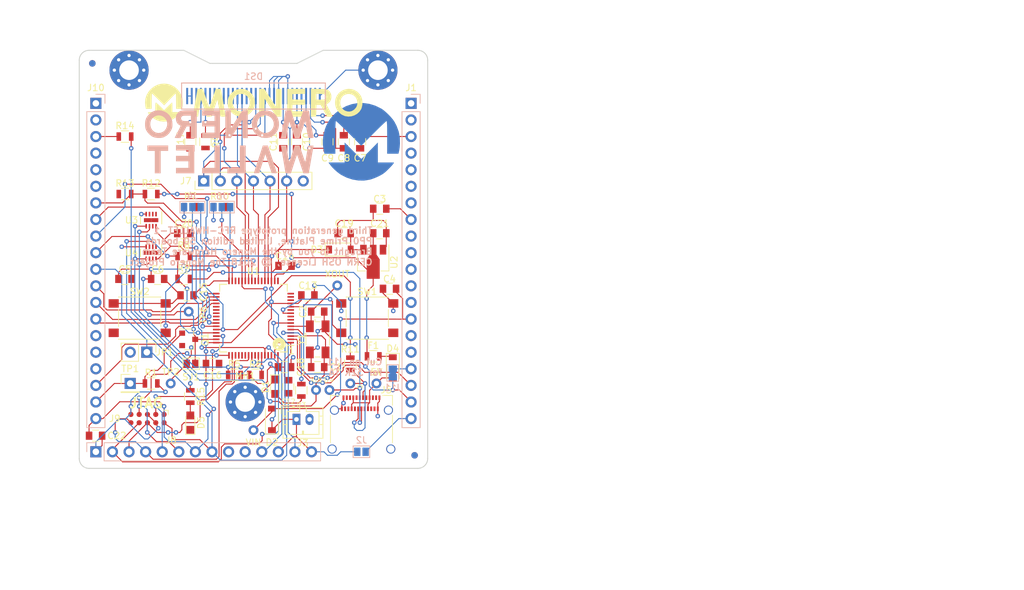
<source format=kicad_pcb>
(kicad_pcb (version 4) (host pcbnew 4.0.7)
  (title_block (title "Breakneck Hardware Wallet") (date 2018-01-10) (rev 0.7.0) (company "The Monero Project, Hardware Team") (comment 1 "Copyright © 2018, The Monero Project") (comment 2 "Fulfilling the developer edition role") (comment 3 "Pending quality assurance testing") (comment 4 "Warning, untested prototype!"))
  (layers (0 F.Cu signal) (31 B.Cu signal) (34 B.Paste user) (35 F.Paste user) (36 B.SilkS user) (37 F.SilkS user) (38 B.Mask user) (39 F.Mask user) (44 Edge.Cuts user))
  (net 0 "")
  (net 1 /OSC_IN)
  (net 2 GND)
  (net 3 /OSC_OUT)
  (net 4 "Net-(C3-Pad2)")
  (net 5 "Net-(C4-Pad2)")
  (net 6 /VCORE)
  (net 7 +1V2)
  (net 8 "Net-(C8-Pad1)")
  (net 9 "Net-(C8-Pad2)")
  (net 10 "Net-(C9-Pad1)")
  (net 11 "Net-(C9-Pad2)")
  (net 12 +3V3)
  (net 13 "Net-(C17-Pad1)")
  (net 14 "Net-(C19-Pad1)")
  (net 15 +5V)
  (net 16 "Net-(D1-Pad2)")
  (net 17 "Net-(D4-Pad1)")
  (net 18 "Net-(D4-Pad2)")
  (net 19 "Net-(DS1-Pad7)")
  (net 20 /OLED_~CS~)
  (net 21 /OLED_~RES~)
  (net 22 /OLED_DC)
  (net 23 "Net-(DS1-Pad16)")
  (net 24 "Net-(DS1-Pad17)")
  (net 25 /OLED_D0)
  (net 26 "Net-(DS1-Pad20)")
  (net 27 "Net-(DS1-Pad21)")
  (net 28 "Net-(DS1-Pad22)")
  (net 29 "Net-(DS1-Pad23)")
  (net 30 "Net-(DS1-Pad24)")
  (net 31 "Net-(DS1-Pad25)")
  (net 32 "Net-(DS1-Pad26)")
  (net 33 "Net-(DS1-Pad28)")
  (net 34 "Net-(FID1-Pad~)")
  (net 35 "Net-(FID2-Pad~)")
  (net 36 "Net-(FID3-Pad~)")
  (net 37 "Net-(FID4-Pad~)")
  (net 38 "Net-(J1-Pad12)")
  (net 39 "Net-(J1-Pad13)")
  (net 40 "Net-(J1-Pad15)")
  (net 41 "Net-(J1-Pad18)")
  (net 42 "Net-(J1-Pad19)")
  (net 43 "Net-(J1-Pad20)")
  (net 44 "Net-(J4-Pad1)")
  (net 45 /BLOAD)
  (net 46 "Net-(J5-PadA2)")
  (net 47 "Net-(J5-PadA3)")
  (net 48 "Net-(J5-PadA5)")
  (net 49 "Net-(J5-PadA6)")
  (net 50 "Net-(J5-PadA7)")
  (net 51 "Net-(J5-PadA10)")
  (net 52 "Net-(J5-PadA8)")
  (net 53 "Net-(J5-PadA11)")
  (net 54 "Net-(J5-PadB2)")
  (net 55 "Net-(J5-PadB3)")
  (net 56 "Net-(J5-PadB5)")
  (net 57 "Net-(J5-PadB8)")
  (net 58 "Net-(J5-PadB10)")
  (net 59 "Net-(J5-PadB11)")
  (net 60 "Net-(J6-Pad1)")
  (net 61 "Net-(J6-Pad2)")
  (net 62 /JTAG_TRST)
  (net 63 /JTAG_TDI)
  (net 64 /JTAG_TDO)
  (net 65 /JTAG_TMS)
  (net 66 /JTAG_TCK)
  (net 67 /RESET)
  (net 68 "Net-(J10-Pad1)")
  (net 69 "Net-(J10-Pad3)")
  (net 70 /UART_TX)
  (net 71 /UART_RX)
  (net 72 /USB_N)
  (net 73 /USB_P)
  (net 74 /SPI_SCK)
  (net 75 /SPI_MISO)
  (net 76 /SPI_MOSI)
  (net 77 "Net-(J10-Pad17)")
  (net 78 /SPI_CS)
  (net 79 /GLITCH)
  (net 80 "Net-(R3-Pad1)")
  (net 81 /I2C_SCL)
  (net 82 /I2C_SDA)
  (net 83 "Net-(SW1-Pad2)")
  (net 84 "Net-(SW2-Pad2)")
  (net 85 "Net-(U1-Pad8)")
  (net 86 "Net-(U1-Pad9)")
  (net 87 "Net-(U1-Pad11)")
  (net 88 "Net-(U1-Pad14)")
  (net 89 "Net-(U1-Pad15)")
  (net 90 "Net-(U1-Pad16)")
  (net 91 "Net-(U1-Pad17)")
  (net 92 "Net-(U1-Pad22)")
  (net 93 "Net-(U1-Pad24)")
  (net 94 "Net-(U1-Pad29)")
  (net 95 "Net-(U1-Pad30)")
  (net 96 "Net-(U1-Pad37)")
  (net 97 "Net-(U1-Pad38)")
  (net 98 "Net-(U1-Pad39)")
  (net 99 "Net-(U1-Pad40)")
  (net 100 "Net-(U1-Pad41)")
  (net 101 "Net-(U1-Pad51)")
  (net 102 "Net-(U1-Pad52)")
  (net 103 "Net-(U1-Pad53)")
  (net 104 "Net-(U1-Pad54)")
  (net 105 "Net-(U1-Pad57)")
  (net 106 "Net-(U1-Pad61)")
  (net 107 "Net-(U1-Pad62)")
  (net 108 "Net-(U3-Pad1)")
  (net 109 "Net-(U3-Pad2)")
  (net 110 "Net-(U3-Pad3)")
  (net 111 "Net-(D5-Pad2)")
  (net 112 "Net-(R15-Pad1)")
  (net 113 "Net-(U3-Pad7)")
  (net 114 "Net-(U4-Pad1)")
  (net 115 "Net-(U4-Pad3)")
  (net 116 "Net-(U4-Pad7)")
  (net 117 /OLED_D1)
  (module Buttons_Switches_SMD:SW_SPST_PTS645 (layer F.Cu) (at 144.09 105)
    (fp_text reference SW1 (at 0 -4.05) (layer F.SilkS))
    (fp_text value SW_SPST)
    (pad 2 smd rect (at -3.98 2.25) (size 1.55 1.3) (layers F.Cu F.Paste F.Mask) (net 83 "Net-(SW1-Pad2)"))
    (pad 1 smd rect (at -3.98 -2.25) (size 1.55 1.3) (layers F.Cu F.Paste F.Mask) (net 2 GND))
    (pad 1 smd rect (at 3.98 -2.25) (size 1.55 1.3) (layers F.Cu F.Paste F.Mask) (net 2 GND))
    (pad 2 smd rect (at 3.98 2.25) (size 1.55 1.3) (layers F.Cu F.Paste F.Mask))
  )
  (module Mounting_Holes:MountingHole_3mm_Pad_Via (layer F.Cu) (at 125.4 117.84)
    (fp_text reference MH1 (at 0 -4) (layer F.SilkS))
    (fp_text value Mountinghole-440)
    (pad 1 thru_hole circle (at 0 0) (size 6 6) (drill 3) (layers *.Cu *.Mask) (net 2 GND))
    (pad 1 thru_hole circle (at 2.25 0) (size 0.6 0.6) (drill 0.5) (layers *.Cu *.Mask) (net 2 GND))
    (pad 1 thru_hole circle (at 1.59099 1.59099) (size 0.6 0.6) (drill 0.5) (layers *.Cu *.Mask) (net 2 GND))
    (pad 1 thru_hole circle (at 0 2.25) (size 0.6 0.6) (drill 0.5) (layers *.Cu *.Mask) (net 2 GND))
    (pad 1 thru_hole circle (at -1.59099 1.59099) (size 0.6 0.6) (drill 0.5) (layers *.Cu *.Mask) (net 2 GND))
    (pad 1 thru_hole circle (at -2.25 0) (size 0.6 0.6) (drill 0.5) (layers *.Cu *.Mask) (net 2 GND))
    (pad 1 thru_hole circle (at -1.59099 -1.59099) (size 0.6 0.6) (drill 0.5) (layers *.Cu *.Mask) (net 2 GND))
    (pad 1 thru_hole circle (at 0 -2.25) (size 0.6 0.6) (drill 0.5) (layers *.Cu *.Mask) (net 2 GND))
    (pad 1 thru_hole circle (at 1.59099 -1.59099) (size 0.6 0.6) (drill 0.5) (layers *.Cu *.Mask) (net 2 GND))
  )
  (module Monero_Logos:MoneroTextSilk (layer B.Cu) (at 123 78 180)
    (fp_text reference G*** hide)
    (fp_text value LOGOTEXT hide)
  )
  (module Connectors_Local:Solderpads_30_2.0x0.4mm_Pitch0.7mm (layer B.Cu) (at 126.67 71 180)
    (fp_text reference DS1 (at 0 3 180) (layer B.SilkS) (effects (justify mirror)))
    (fp_text value SSD1306)
    (pad 1 smd rect (at -10.15 0 180) (size 0.3 2.5) (layers B.Cu B.Mask) (net 2 GND))
    (pad 2 smd rect (at -9.45 0 180) (size 0.3 2.5) (layers B.Cu B.Mask) (net 8 "Net-(C8-Pad1)"))
    (pad 3 smd rect (at -8.75 0 180) (size 0.3 2.5) (layers B.Cu B.Mask) (net 9 "Net-(C8-Pad2)"))
    (pad 4 smd rect (at -8.05 0 180) (size 0.3 2.5) (layers B.Cu B.Mask) (net 10 "Net-(C9-Pad1)"))
    (pad 5 smd rect (at -7.35 0 180) (size 0.3 2.5) (layers B.Cu B.Mask) (net 11 "Net-(C9-Pad2)"))
    (pad 6 smd rect (at -6.65 0 180) (size 0.3 2.5) (layers B.Cu B.Mask) (net 12 +3V3))
    (pad 7 smd rect (at -5.95 0 180) (size 0.3 2.5) (layers B.Cu B.Mask) (net 19 "Net-(DS1-Pad7)"))
    (pad 8 smd rect (at -5.25 0 180) (size 0.3 2.5) (layers B.Cu B.Mask) (net 2 GND))
    (pad 9 smd rect (at -4.55 0 180) (size 0.3 2.5) (layers B.Cu B.Mask) (net 12 +3V3))
    (pad 10 smd rect (at -3.85 0 180) (size 0.3 2.5) (layers B.Cu B.Mask) (net 2 GND))
    (pad 11 smd rect (at -3.15 0 180) (size 0.3 2.5) (layers B.Cu B.Mask) (net 2 GND))
    (pad 12 smd rect (at -2.45 0 180) (size 0.3 2.5) (layers B.Cu B.Mask) (net 2 GND))
    (pad 13 smd rect (at -1.75 0 180) (size 0.3 2.5) (layers B.Cu B.Mask) (net 20 /OLED_~CS~))
    (pad 14 smd rect (at -1.05 0 180) (size 0.3 2.5) (layers B.Cu B.Mask) (net 21 /OLED_~RES~))
    (pad 15 smd rect (at -0.35 0 180) (size 0.3 2.5) (layers B.Cu B.Mask) (net 22 /OLED_DC))
    (pad 16 smd rect (at 0.35 0 180) (size 0.3 2.5) (layers B.Cu B.Mask) (net 23 "Net-(DS1-Pad16)"))
    (pad 17 smd rect (at 1.05 0 180) (size 0.3 2.5) (layers B.Cu B.Mask) (net 24 "Net-(DS1-Pad17)"))
    (pad 18 smd rect (at 1.75 0 180) (size 0.3 2.5) (layers B.Cu B.Mask) (net 25 /OLED_D0))
    (pad 19 smd rect (at 2.45 0 180) (size 0.3 2.5) (layers B.Cu B.Mask) (net 117 /OLED_D1))
    (pad 20 smd rect (at 3.15 0 180) (size 0.3 2.5) (layers B.Cu B.Mask) (net 26 "Net-(DS1-Pad20)"))
    (pad 21 smd rect (at 3.85 0 180) (size 0.3 2.5) (layers B.Cu B.Mask) (net 27 "Net-(DS1-Pad21)"))
    (pad 22 smd rect (at 4.55 0 180) (size 0.3 2.5) (layers B.Cu B.Mask) (net 28 "Net-(DS1-Pad22)"))
    (pad 23 smd rect (at 5.25 0 180) (size 0.3 2.5) (layers B.Cu B.Mask) (net 29 "Net-(DS1-Pad23)"))
    (pad 24 smd rect (at 5.95 0 180) (size 0.3 2.5) (layers B.Cu B.Mask) (net 30 "Net-(DS1-Pad24)"))
    (pad 25 smd rect (at 6.65 0 180) (size 0.3 2.5) (layers B.Cu B.Mask) (net 31 "Net-(DS1-Pad25)"))
    (pad 26 smd rect (at 7.35 0 180) (size 0.3 2.5) (layers B.Cu B.Mask) (net 32 "Net-(DS1-Pad26)"))
    (pad 27 smd rect (at 8.05 0 180) (size 0.3 2.5) (layers B.Cu B.Mask) (net 13 "Net-(C17-Pad1)"))
    (pad 28 smd rect (at 8.75 0 180) (size 0.3 2.5) (layers B.Cu B.Mask) (net 33 "Net-(DS1-Pad28)"))
    (pad 29 smd rect (at 9.45 0 180) (size 0.3 2.5) (layers B.Cu B.Mask) (net 2 GND))
    (pad 30 smd rect (at 10.15 0 180) (size 0.3 2.5) (layers B.Cu B.Mask) (net 2 GND))
  )
  (module Capacitors_SMD:C_0805 (layer F.Cu) (at 136.5 112.5 180)
    (fp_text reference C1 (at -2.75 0 180) (layer F.SilkS))
    (fp_text value 12pF)
    (pad 1 smd rect (at -1 0 180) (size 1 1.25) (layers F.Cu F.Paste F.Mask) (net 1 /OSC_IN))
    (pad 2 smd rect (at 1 0 180) (size 1 1.25) (layers F.Cu F.Paste F.Mask) (net 2 GND))
  )
  (module Capacitors_SMD:C_0805 (layer F.Cu) (at 136.5 104 180)
    (fp_text reference C2 (at 2.25 0 270) (layer F.SilkS))
    (fp_text value 12pF)
    (pad 1 smd rect (at -1 0 180) (size 1 1.25) (layers F.Cu F.Paste F.Mask) (net 2 GND))
    (pad 2 smd rect (at 1 0 180) (size 1 1.25) (layers F.Cu F.Paste F.Mask) (net 3 /OSC_OUT))
  )
  (module Capacitors_SMD:C_0805 (layer F.Cu) (at 146 88.25)
    (fp_text reference C3 (at 0 -1.5) (layer F.SilkS))
    (fp_text value 100nF)
    (pad 1 smd rect (at -1 0) (size 1 1.25) (layers F.Cu F.Paste F.Mask) (net 2 GND))
    (pad 2 smd rect (at 1 0) (size 1 1.25) (layers F.Cu F.Paste F.Mask) (net 4 "Net-(C3-Pad2)"))
  )
  (module Capacitors_SMD:C_0805 (layer F.Cu) (at 147.5 100.5)
    (fp_text reference C4 (at 0 -1.5) (layer F.SilkS))
    (fp_text value 100nF)
    (pad 1 smd rect (at -1 0) (size 1 1.25) (layers F.Cu F.Paste F.Mask) (net 2 GND))
    (pad 2 smd rect (at 1 0) (size 1 1.25) (layers F.Cu F.Paste F.Mask) (net 5 "Net-(C4-Pad2)"))
  )
  (module Capacitors_SMD:C_0805 (layer F.Cu) (at 107 99)
    (fp_text reference C5 (at 0 -1.5) (layer F.SilkS))
    (fp_text value 2u2)
    (pad 1 smd rect (at -1 0) (size 1 1.25) (layers F.Cu F.Paste F.Mask) (net 6 /VCORE))
    (pad 2 smd rect (at 1 0) (size 1 1.25) (layers F.Cu F.Paste F.Mask) (net 2 GND))
  )
  (module Capacitors_SMD:C_0805 (layer F.Cu) (at 112 99)
    (fp_text reference C6 (at 0 -1.5) (layer F.SilkS))
    (fp_text value 2u2)
    (pad 1 smd rect (at -1 0) (size 1 1.25) (layers F.Cu F.Paste F.Mask) (net 6 /VCORE))
    (pad 2 smd rect (at 1 0) (size 1 1.25) (layers F.Cu F.Paste F.Mask) (net 2 GND))
  )
  (module Capacitors_SMD:C_0805 (layer F.Cu) (at 143 78 270)
    (fp_text reference C7 (at 2.5 0 360) (layer F.SilkS))
    (fp_text value 100nF)
    (pad 1 smd rect (at -1 0 270) (size 1 1.25) (layers F.Cu F.Paste F.Mask) (net 7 +1V2))
    (pad 2 smd rect (at 1 0 270) (size 1 1.25) (layers F.Cu F.Paste F.Mask) (net 2 GND))
  )
  (module Capacitors_SMD:C_0805 (layer F.Cu) (at 140.5 78 270)
    (fp_text reference C8 (at 2.5 0 360) (layer F.SilkS))
    (fp_text value 1uF)
    (pad 1 smd rect (at -1 0 270) (size 1 1.25) (layers F.Cu F.Paste F.Mask) (net 8 "Net-(C8-Pad1)"))
    (pad 2 smd rect (at 1 0 270) (size 1 1.25) (layers F.Cu F.Paste F.Mask) (net 9 "Net-(C8-Pad2)"))
  )
  (module Capacitors_SMD:C_0805 (layer F.Cu) (at 138 78 270)
    (fp_text reference C9 (at 2.5 0 360) (layer F.SilkS))
    (fp_text value 1uF)
    (pad 1 smd rect (at -1 0 270) (size 1 1.25) (layers F.Cu F.Paste F.Mask) (net 10 "Net-(C9-Pad1)"))
    (pad 2 smd rect (at 1 0 270) (size 1 1.25) (layers F.Cu F.Paste F.Mask) (net 11 "Net-(C9-Pad2)"))
  )
  (module Capacitors_SMD:C_0805 (layer F.Cu) (at 133.32 78 270)
    (fp_text reference C10 (at 0 -1.5 270) (layer F.SilkS))
    (fp_text value 100nF)
    (pad 1 smd rect (at -1 0 270) (size 1 1.25) (layers F.Cu F.Paste F.Mask) (net 12 +3V3))
    (pad 2 smd rect (at 1 0 270) (size 1 1.25) (layers F.Cu F.Paste F.Mask) (net 2 GND))
  )
  (module Capacitors_SMD:C_0805 (layer F.Cu) (at 131.22 78 270)
    (fp_text reference C11 (at 0 1.5 270) (layer F.SilkS))
    (fp_text value 1uF)
    (pad 1 smd rect (at -1 0 270) (size 1 1.25) (layers F.Cu F.Paste F.Mask) (net 12 +3V3))
    (pad 2 smd rect (at 1 0 270) (size 1 1.25) (layers F.Cu F.Paste F.Mask) (net 2 GND))
  )
  (module Capacitors_SMD:C_0805 (layer F.Cu) (at 132 115.5 270)
    (fp_text reference C12 (at 2.25 0 360) (layer F.SilkS) (effects (font (size 0.75 0.75) (thickness 0.1))))
    (fp_text value 100nF)
    (pad 1 smd rect (at -1 0 270) (size 1 1.25) (layers F.Cu F.Paste F.Mask) (net 12 +3V3))
    (pad 2 smd rect (at 1 0 270) (size 1 1.25) (layers F.Cu F.Paste F.Mask) (net 2 GND))
  )
  (module Capacitors_SMD:C_0805 (layer F.Cu) (at 135 101.5)
    (fp_text reference C13 (at 0 -1.5) (layer F.SilkS))
    (fp_text value 100nF)
    (pad 1 smd rect (at -1 0) (size 1 1.25) (layers F.Cu F.Paste F.Mask) (net 12 +3V3))
    (pad 2 smd rect (at 1 0) (size 1 1.25) (layers F.Cu F.Paste F.Mask) (net 2 GND))
  )
  (module Capacitors_SMD:C_0805 (layer F.Cu) (at 131.5 97)
    (fp_text reference C14 (at 0 -1.5) (layer F.SilkS))
    (fp_text value 100nF)
    (pad 1 smd rect (at -1 0) (size 1 1.25) (layers F.Cu F.Paste F.Mask) (net 12 +3V3))
    (pad 2 smd rect (at 1 0) (size 1 1.25) (layers F.Cu F.Paste F.Mask) (net 2 GND))
  )
  (module Capacitors_SMD:C_0805 (layer F.Cu) (at 116.5 101.5 180)
    (fp_text reference C15 (at -2.5 0.5 270) (layer F.SilkS))
    (fp_text value 100nF)
    (pad 1 smd rect (at -1 0 180) (size 1 1.25) (layers F.Cu F.Paste F.Mask) (net 12 +3V3))
    (pad 2 smd rect (at 1 0 180) (size 1 1.25) (layers F.Cu F.Paste F.Mask) (net 2 GND))
  )
  (module Capacitors_SMD:C_0805 (layer F.Cu) (at 120.4 112)
    (fp_text reference C16 (at 0 1.75) (layer F.SilkS))
    (fp_text value 100nF)
    (pad 1 smd rect (at -1 0) (size 1 1.25) (layers F.Cu F.Paste F.Mask) (net 12 +3V3))
    (pad 2 smd rect (at 1 0) (size 1 1.25) (layers F.Cu F.Paste F.Mask) (net 2 GND))
  )
  (module Capacitors_SMD:C_0805 (layer F.Cu) (at 117 78 270)
    (fp_text reference C17 (at 0 1.5 270) (layer F.SilkS))
    (fp_text value 2.2uF)
    (pad 1 smd rect (at -1 0 270) (size 1 1.25) (layers F.Cu F.Paste F.Mask) (net 13 "Net-(C17-Pad1)"))
    (pad 2 smd rect (at 1 0 270) (size 1 1.25) (layers F.Cu F.Paste F.Mask) (net 2 GND))
  )
  (module Capacitors_SMD:C_0805 (layer F.Cu) (at 131.42 112.5)
    (fp_text reference C18 (at 2.5 0 90) (layer F.SilkS))
    (fp_text value 100nF)
    (pad 1 smd rect (at -1 0) (size 1 1.25) (layers F.Cu F.Paste F.Mask) (net 12 +3V3))
    (pad 2 smd rect (at 1 0) (size 1 1.25) (layers F.Cu F.Paste F.Mask) (net 2 GND))
  )
  (module Capacitors_SMD:C_0805 (layer F.Cu) (at 140.55 92 180)
    (fp_text reference C19 (at 0 1.5 180) (layer F.SilkS))
    (fp_text value 1uF)
    (pad 1 smd rect (at -1 0 180) (size 1 1.25) (layers F.Cu F.Paste F.Mask) (net 14 "Net-(C19-Pad1)"))
    (pad 2 smd rect (at 1 0 180) (size 1 1.25) (layers F.Cu F.Paste F.Mask) (net 2 GND))
  )
  (module Capacitors_SMD:C_0805 (layer F.Cu) (at 116 92)
    (fp_text reference C20 (at 0 -1.5) (layer F.SilkS))
    (fp_text value 100nF)
    (pad 1 smd rect (at -1 0) (size 1 1.25) (layers F.Cu F.Paste F.Mask) (net 12 +3V3))
    (pad 2 smd rect (at 1 0) (size 1 1.25) (layers F.Cu F.Paste F.Mask) (net 2 GND))
  )
  (module Capacitors_SMD:C_0805 (layer F.Cu) (at 146 92)
    (fp_text reference C21 (at 0 -1.5) (layer F.SilkS))
    (fp_text value 1uF)
    (pad 1 smd rect (at -1 0) (size 1 1.25) (layers F.Cu F.Paste F.Mask) (net 15 +5V))
    (pad 2 smd rect (at 1 0) (size 1 1.25) (layers F.Cu F.Paste F.Mask) (net 2 GND))
  )
  (module Capacitors_SMD:C_0805 (layer F.Cu) (at 102.5 123)
    (fp_text reference C22 (at 3.25 0) (layer F.SilkS))
    (fp_text value 100nF)
    (pad 1 smd rect (at -1 0) (size 1 1.25) (layers F.Cu F.Paste F.Mask) (net 12 +3V3))
    (pad 2 smd rect (at 1 0) (size 1 1.25) (layers F.Cu F.Paste F.Mask) (net 2 GND))
  )
  (module LEDs:LED_0805 (layer F.Cu) (at 130 115.5 270)
    (fp_text reference D1 (at 0 1.5 270) (layer F.SilkS))
    (fp_text value YELLOW)
    (pad 2 smd rect (at 1.1 0 90) (size 1.2 1.2) (layers F.Cu F.Paste F.Mask) (net 16 "Net-(D1-Pad2)"))
    (pad 1 smd rect (at -1.1 0 90) (size 1.2 1.2) (layers F.Cu F.Paste F.Mask) (net 2 GND))
  )
  (module Diodes_SMD:D_SOD-123 (layer F.Cu) (at 129.5 120.5 90)
    (fp_text reference D2 (at -3.5 0 180) (layer F.SilkS))
    (fp_text value D_Schottky)
    (pad 1 smd rect (at -1.65 0 90) (size 0.9 1.2) (layers F.Cu F.Paste F.Mask) (net 12 +3V3))
    (pad 2 smd rect (at 1.65 0 90) (size 0.9 1.2) (layers F.Cu F.Paste F.Mask) (net 5 "Net-(C4-Pad2)"))
  )
  (module Diodes_SMD:D_SOD-123 (layer F.Cu) (at 139.9 94.5)
    (fp_text reference D3 (at -3.5 0) (layer F.SilkS))
    (fp_text value D_Schottky)
    (pad 1 smd rect (at -1.65 0) (size 0.9 1.2) (layers F.Cu F.Paste F.Mask) (net 12 +3V3))
    (pad 2 smd rect (at 1.65 0) (size 0.9 1.2) (layers F.Cu F.Paste F.Mask) (net 14 "Net-(C19-Pad1)"))
  )
  (module Diodes_SMD:D_SOD-123 (layer F.Cu) (at 148 112.64 270)
    (fp_text reference D4 (at -3 0 360) (layer F.SilkS))
    (fp_text value D_Schottky)
    (pad 1 smd rect (at -1.65 0 270) (size 0.9 1.2) (layers F.Cu F.Paste F.Mask) (net 17 "Net-(D4-Pad1)"))
    (pad 2 smd rect (at 1.65 0 270) (size 0.9 1.2) (layers F.Cu F.Paste F.Mask) (net 18 "Net-(D4-Pad2)"))
  )
  (module Resistors_SMD:R_0805 (layer F.Cu) (at 145 110.85)
    (fp_text reference F1 (at 0 -1.65) (layer F.SilkS))
    (fp_text value Polyfuse)
    (pad 1 smd rect (at -0.95 0) (size 0.7 1.3) (layers F.Cu F.Paste F.Mask) (net 15 +5V))
    (pad 2 smd rect (at 0.95 0) (size 0.7 1.3) (layers F.Cu F.Paste F.Mask) (net 17 "Net-(D4-Pad1)"))
  )
  (module Fiducials:Fiducial_1mm_Dia_2.54mm_Outer_CopperTop (layer F.Cu) (at 102 66)
    (fp_text reference FID1 hide)
    (fp_text value Fiducial-PCB)
    (pad ~ smd circle (at 0 0) (size 1 1) (layers F.Cu F.Mask) (net 34 "Net-(FID1-Pad~)") (clearance 0.77))
  )
  (module Fiducials:Fiducial_1mm_Dia_2.54mm_Outer_CopperTop (layer F.Cu) (at 151.34 126)
    (fp_text reference FID2 hide)
    (fp_text value Fiducial-PCB)
    (pad ~ smd circle (at 0 0) (size 1 1) (layers F.Cu F.Mask) (net 35 "Net-(FID2-Pad~)") (clearance 0.77))
  )
  (module Fiducials:Fiducial_1mm_Dia_2.54mm_Outer_CopperBottom (layer F.Cu) (at 102 66)
    (fp_text reference FID3 hide)
    (fp_text value Fiducial-PCB)
    (pad ~ smd circle (at 0 0) (size 1 1) (layers B.Cu B.Mask) (net 36 "Net-(FID3-Pad~)") (clearance 0.77))
  )
  (module Fiducials:Fiducial_1mm_Dia_2.54mm_Outer_CopperBottom (layer F.Cu) (at 151.34 126)
    (fp_text reference FID4 hide)
    (fp_text value Fiducial-PCB)
    (pad ~ smd circle (at 0 0) (size 1 1) (layers B.Cu B.Mask) (net 37 "Net-(FID4-Pad~)") (clearance 0.77))
  )
  (module Connectors:GS2 (layer B.Cu) (at 143.2 125.46 90)
    (fp_text reference J2 (at 1.78 0 360) (layer B.SilkS) (effects (justify mirror)))
    (fp_text value GS2)
    (pad 1 smd rect (at 0 0.64 90) (size 1.27 0.97) (layers B.Cu B.Mask) (net 43 "Net-(J1-Pad20)"))
    (pad 2 smd rect (at 0 -0.64 90) (size 1.27 0.97) (layers B.Cu B.Mask) (net 12 +3V3))
  )
  (module Connectors_JST:JST_PH_B2B-PH-K_02x2.00mm_Straight (layer F.Cu) (at 133.25 120.5)
    (fp_text reference J3 (at 1 3.625) (layer F.SilkS))
    (fp_text value CONN_01X02)
    (pad 1 thru_hole rect (at 0 0) (size 1.2 1.7) (drill 0.7) (layers *.Cu *.Mask) (net 12 +3V3))
    (pad 2 thru_hole oval (at 2 0) (size 1.2 1.7) (drill 0.7) (layers *.Cu *.Mask) (net 2 GND))
  )
  (module Connectors:GS3 (layer B.Cu) (at 117.32 88 270)
    (fp_text reference J4 (at -1.7 0 540) (layer B.SilkS) (effects (justify mirror)))
    (fp_text value GS3)
    (pad 1 smd rect (at 0 1.27 270) (size 1.27 0.97) (layers B.Cu B.Mask) (net 44 "Net-(J4-Pad1)"))
    (pad 2 smd rect (at 0 0 270) (size 1.27 0.97) (layers B.Cu B.Mask) (net 45 /BLOAD))
    (pad 3 smd rect (at 0 -1.27 270) (size 1.27 0.97) (layers B.Cu B.Mask) (net 12 +3V3))
  )
  (module Connectors:GS3 (layer B.Cu) (at 121.82 88 270)
    (fp_text reference J6 (at -1.7 0 540) (layer B.SilkS) (effects (justify mirror)))
    (fp_text value GS3)
    (pad 1 smd rect (at 0 1.27 270) (size 1.27 0.97) (layers B.Cu B.Mask) (net 60 "Net-(J6-Pad1)"))
    (pad 2 smd rect (at 0 0 270) (size 1.27 0.97) (layers B.Cu B.Mask) (net 61 "Net-(J6-Pad2)"))
    (pad 3 smd rect (at 0 -1.27 270) (size 1.27 0.97) (layers B.Cu B.Mask) (net 12 +3V3))
  )
  (module Socket_Strips:Socket_Strip_Straight_1x07_Pitch2.54mm (layer F.Cu) (at 119.05 84 90)
    (fp_text reference J7 (at 0 -2.75 180) (layer F.SilkS))
    (fp_text value CONN_OLED)
    (pad 1 thru_hole rect (at 0 0 90) (size 1.7 1.7) (drill 1) (layers *.Cu *.Mask) (net 20 /OLED_~CS~))
    (pad 2 thru_hole oval (at 0 2.54 90) (size 1.7 1.7) (drill 1) (layers *.Cu *.Mask) (net 22 /OLED_DC))
    (pad 3 thru_hole oval (at 0 5.08 90) (size 1.7 1.7) (drill 1) (layers *.Cu *.Mask) (net 21 /OLED_~RES~))
    (pad 4 thru_hole oval (at 0 7.62 90) (size 1.7 1.7) (drill 1) (layers *.Cu *.Mask) (net 117 /OLED_D1))
    (pad 5 thru_hole oval (at 0 10.16 90) (size 1.7 1.7) (drill 1) (layers *.Cu *.Mask) (net 25 /OLED_D0))
    (pad 6 thru_hole oval (at 0 12.7 90) (size 1.7 1.7) (drill 1) (layers *.Cu *.Mask) (net 12 +3V3))
    (pad 7 thru_hole oval (at 0 15.24 90) (size 1.7 1.7) (drill 1) (layers *.Cu *.Mask) (net 2 GND))
  )
  (module Connectors:Tag-Connect_TC2050-IDC-NL (layer F.Cu) (at 110.44 120.38 180)
    (fp_text reference J9 (at 5 0 180) (layer F.SilkS))
    (fp_text value CONN_JTAG)
    (pad "" np_thru_hole circle (at 3.81 -1.016 180) (size 0.9906 0.9906) (drill 0.9906) (layers *.Cu *.Mask))
    (pad "" np_thru_hole circle (at 3.81 1.016 180) (size 0.9906 0.9906) (drill 0.9906) (layers *.Cu *.Mask))
    (pad "" np_thru_hole circle (at -3.81 0 180) (size 0.9906 0.9906) (drill 0.9906) (layers *.Cu *.Mask))
    (pad 1 smd circle (at -2.54 0.635 180) (size 0.7874 0.7874) (layers F.Cu F.Mask) (net 12 +3V3))
    (pad 2 smd circle (at -1.27 0.635 180) (size 0.7874 0.7874) (layers F.Cu F.Mask) (net 65 /JTAG_TMS))
    (pad 3 smd circle (at 0 0.635 180) (size 0.7874 0.7874) (layers F.Cu F.Mask) (net 2 GND))
    (pad 4 smd circle (at 1.27 0.635 180) (size 0.7874 0.7874) (layers F.Cu F.Mask) (net 66 /JTAG_TCK))
    (pad 5 smd circle (at 2.54 0.635 180) (size 0.7874 0.7874) (layers F.Cu F.Mask) (net 2 GND))
    (pad 6 smd circle (at 2.54 -0.635 180) (size 0.7874 0.7874) (layers F.Cu F.Mask) (net 64 /JTAG_TDO))
    (pad 7 smd circle (at 1.27 -0.635 180) (size 0.7874 0.7874) (layers F.Cu F.Mask) (net 62 /JTAG_TRST))
    (pad 8 smd circle (at 0 -0.635 180) (size 0.7874 0.7874) (layers F.Cu F.Mask) (net 63 /JTAG_TDI))
    (pad 9 smd circle (at -1.27 -0.635 180) (size 0.7874 0.7874) (layers F.Cu F.Mask) (net 2 GND))
    (pad 10 smd circle (at -2.54 -0.635 180) (size 0.7874 0.7874) (layers F.Cu F.Mask) (net 67 /RESET))
  )
  (module Pin_Headers:Pin_Header_Straight_1x02_Pitch2.54mm (layer F.Cu) (at 110.34 110.22 270)
    (fp_text reference JP1 (at 0 -2.75 360) (layer F.SilkS))
    (fp_text value Jumper)
    (pad 1 thru_hole rect (at 0 0 270) (size 1.7 1.7) (drill 1) (layers *.Cu *.Mask) (net 67 /RESET))
    (pad 2 thru_hole oval (at 0 2.54 270) (size 1.7 1.7) (drill 1) (layers *.Cu *.Mask) (net 2 GND))
  )
  (module Monero_Logos:MoneroCircleCombi (layer B.Cu) (at 143.25 78 180)
    (fp_text reference LOGO1 hide)
    (fp_text value Monerologo-mid hide)
    (fp_poly (pts (xy -1.226062 -1.369218) (xy -0.86627 -1.732557) (xy -0.542874 -2.054372) (xy -0.272588 -2.31842) (xy -0.072125 -2.508459) (xy 0.041799 -2.608244) (xy 0.06033 -2.619375) (xy 0.130587 -2.565676) (xy 0.295823 -2.415269) (xy 0.539251 -2.184185) (xy 0.844088 -1.888454) (xy 1.193546 -1.544109) (xy 1.368316 -1.370149) (xy 2.619375 -0.120923) (xy 2.619375 -3.175) (xy 5.089864 -3.175) (xy 4.826963 -3.54247) (xy 4.524666 -3.907295) (xy 4.131312 -4.300229) (xy 3.696669 -4.676098) (xy 3.270503 -4.989725) (xy 3.145882 -5.068459) (xy 2.305587 -5.490823) (xy 1.423362 -5.778831) (xy 0.522618 -5.928654) (xy -0.373234 -5.93646) (xy -1.240785 -5.79842) (xy -1.27 -5.79099) (xy -1.612528 -5.684323) (xy -2.02618 -5.528484) (xy -2.442566 -5.350051) (xy -2.614981 -5.268299) (xy -2.995299 -5.069011) (xy -3.3088 -4.870616) (xy -3.606472 -4.635781) (xy -3.939302 -4.327171) (xy -4.05265 -4.215594) (xy -4.329032 -3.934166) (xy -4.568982 -3.677069) (xy -4.746307 -3.47321) (xy -4.833743 -3.353593) (xy -4.926836 -3.175) (xy -2.460625 -3.175) (xy -2.458077 -1.647031) (xy -2.455528 -0.119062) (xy -1.226062 -1.369218)) (layer B.Cu) (width 0.01))
    (fp_poly (pts (xy 0.641825 5.912129) (xy 1.541562 5.751324) (xy 2.410674 5.445129) (xy 3.235853 4.995195) (xy 4.003791 4.403173) (xy 4.249335 4.169961) (xy 4.746735 3.617681) (xy 5.136908 3.049397) (xy 5.452105 2.412657) (xy 5.644526 1.900698) (xy 5.846157 1.116441) (xy 5.944963 0.285047) (xy 5.937534 -0.538538) (xy 5.838339 -1.222564) (xy 5.704171 -1.825625) (xy 4.048125 -1.825625) (xy 4.048125 0.674688) (xy 4.046764 1.403554) (xy 4.04234 1.986727) (xy 4.034337 2.437242) (xy 4.022243 2.768137) (xy 4.005543 2.992446) (xy 3.983722 3.123207) (xy 3.956266 3.173456) (xy 3.949513 3.175001) (xy 3.871758 3.120744) (xy 3.696139 2.966692) (xy 3.436424 2.725919) (xy 3.106379 2.4115) (xy 2.719774 2.036511) (xy 2.290376 1.614027) (xy 1.965138 1.290464) (xy 0.079375 -0.594072) (xy -1.806389 1.290464) (xy -2.257922 1.738866) (xy -2.676495 2.14911) (xy -3.048339 2.508122) (xy -3.359687 2.802825) (xy -3.596771 3.020146) (xy -3.745824 3.147009) (xy -3.790764 3.175) (xy -3.819511 3.140504) (xy -3.842511 3.028325) (xy -3.860279 2.825426) (xy -3.873329 2.518772) (xy -3.882176 2.095325) (xy -3.887333 1.542051) (xy -3.889315 0.845913) (xy -3.889375 0.674688) (xy -3.889375 -1.825625) (xy -5.60836 -1.825625) (xy -5.709598 -1.408906) (xy -5.760065 -1.135443) (xy -5.806676 -0.768407) (xy -5.841636 -0.372925) (xy -5.849765 -0.238125) (xy -5.824412 0.674787) (xy -5.650083 1.563133) (xy -5.323343 2.440141) (xy -4.989085 3.076592) (xy -4.750721 3.418317) (xy -4.418793 3.810028) (xy -4.031645 4.21338) (xy -3.627622 4.59003) (xy -3.245068 4.901633) (xy -2.997217 5.06846) (xy -2.108058 5.505711) (xy -1.196293 5.790973) (xy -0.275229 5.925896) (xy 0.641825 5.912129)) (layer B.Cu) (width 0.01))
  )
  (module TO_SOT_Packages_SMD:SOT-23 (layer F.Cu) (at 116.75 108.25)
    (fp_text reference Q1 (at 2.5 0 90) (layer F.SilkS))
    (fp_text value MOSFET)
    (pad 1 smd rect (at -1 -0.95) (size 0.9 0.8) (layers F.Cu F.Paste F.Mask) (net 79 /GLITCH))
    (pad 2 smd rect (at -1 0.95) (size 0.9 0.8) (layers F.Cu F.Paste F.Mask) (net 2 GND))
    (pad 3 smd rect (at 1 0) (size 0.9 0.8) (layers F.Cu F.Paste F.Mask) (net 6 /VCORE))
  )
  (module Resistors_SMD:R_0805 (layer F.Cu) (at 111 115)
    (fp_text reference R1 (at 0 -1.65) (layer F.SilkS))
    (fp_text value 10K)
    (pad 1 smd rect (at -0.95 0) (size 0.7 1.3) (layers F.Cu F.Paste F.Mask) (net 79 /GLITCH))
    (pad 2 smd rect (at 0.95 0) (size 0.7 1.3) (layers F.Cu F.Paste F.Mask) (net 2 GND))
  )
  (module Resistors_SMD:R_0805 (layer F.Cu) (at 134 116.05 270)
    (fp_text reference R3 (at 2.25 0 360) (layer F.SilkS) (effects (font (size 0.75 0.75) (thickness 0.1))))
    (fp_text value 150)
    (pad 1 smd rect (at -0.95 0 270) (size 0.7 1.3) (layers F.Cu F.Paste F.Mask) (net 80 "Net-(R3-Pad1)"))
    (pad 2 smd rect (at 0.95 0 270) (size 0.7 1.3) (layers F.Cu F.Paste F.Mask) (net 16 "Net-(D1-Pad2)"))
  )
  (module Resistors_SMD:R_0805 (layer F.Cu) (at 119.32 78 90)
    (fp_text reference R4 (at 0 1.65 90) (layer F.SilkS))
    (fp_text value 390K)
    (pad 1 smd rect (at -0.95 0 90) (size 0.7 1.3) (layers F.Cu F.Paste F.Mask) (net 2 GND))
    (pad 2 smd rect (at 0.95 0 90) (size 0.7 1.3) (layers F.Cu F.Paste F.Mask) (net 32 "Net-(DS1-Pad26)"))
  )
  (module Resistors_SMD:R_0805 (layer F.Cu) (at 123.75 113.7 180)
    (fp_text reference R5 (at 0 1.65 180) (layer F.SilkS))
    (fp_text value 3.9K)
    (pad 1 smd rect (at -0.95 0 180) (size 0.7 1.3) (layers F.Cu F.Paste F.Mask) (net 12 +3V3))
    (pad 2 smd rect (at 0.95 0 180) (size 0.7 1.3) (layers F.Cu F.Paste F.Mask) (net 81 /I2C_SCL))
  )
  (module Resistors_SMD:R_0805 (layer F.Cu) (at 126.97 113.7)
    (fp_text reference R6 (at 0 -1.65) (layer F.SilkS))
    (fp_text value 3.9K)
    (pad 1 smd rect (at -0.95 0) (size 0.7 1.3) (layers F.Cu F.Paste F.Mask) (net 12 +3V3))
    (pad 2 smd rect (at 0.95 0) (size 0.7 1.3) (layers F.Cu F.Paste F.Mask) (net 82 /I2C_SDA))
  )
  (module Resistors_SMD:R_0805 (layer F.Cu) (at 117 88)
    (fp_text reference R7 (at 0 -1.65) (layer F.SilkS))
    (fp_text value 10K)
    (pad 1 smd rect (at -0.95 0) (size 0.7 1.3) (layers F.Cu F.Paste F.Mask) (net 44 "Net-(J4-Pad1)"))
    (pad 2 smd rect (at 0.95 0) (size 0.7 1.3) (layers F.Cu F.Paste F.Mask) (net 2 GND))
  )
  (module Resistors_SMD:R_0805 (layer F.Cu) (at 116 95.5)
    (fp_text reference R8 (at 0 -1.65) (layer F.SilkS))
    (fp_text value 1.5K)
    (pad 1 smd rect (at -0.95 0) (size 0.7 1.3) (layers F.Cu F.Paste F.Mask) (net 73 /USB_P))
    (pad 2 smd rect (at 0.95 0) (size 0.7 1.3) (layers F.Cu F.Paste F.Mask) (net 12 +3V3))
  )
  (module Resistors_SMD:R_0805 (layer F.Cu) (at 116 99 180)
    (fp_text reference R9 (at 0 1.65 180) (layer F.SilkS))
    (fp_text value 22)
    (pad 1 smd rect (at -0.95 0 180) (size 0.7 1.3) (layers F.Cu F.Paste F.Mask) (net 49 "Net-(J5-PadA6)"))
    (pad 2 smd rect (at 0.95 0 180) (size 0.7 1.3) (layers F.Cu F.Paste F.Mask) (net 73 /USB_P))
  )
  (module Resistors_SMD:R_0805 (layer F.Cu) (at 121.5 88)
    (fp_text reference R10 (at 0 -1.65) (layer F.SilkS))
    (fp_text value 10K)
    (pad 1 smd rect (at -0.95 0) (size 0.7 1.3) (layers F.Cu F.Paste F.Mask) (net 60 "Net-(J6-Pad1)"))
    (pad 2 smd rect (at 0.95 0) (size 0.7 1.3) (layers F.Cu F.Paste F.Mask) (net 2 GND))
  )
  (module Resistors_SMD:R_0805 (layer F.Cu) (at 141.5 112 90)
    (fp_text reference R11 (at 2.25 0 180) (layer F.SilkS))
    (fp_text value 22)
    (pad 1 smd rect (at -0.95 0 90) (size 0.7 1.3) (layers F.Cu F.Paste F.Mask) (net 50 "Net-(J5-PadA7)"))
    (pad 2 smd rect (at 0.95 0 90) (size 0.7 1.3) (layers F.Cu F.Paste F.Mask) (net 72 /USB_N))
  )
  (module Resistors_SMD:R_0805 (layer F.Cu) (at 111 86)
    (fp_text reference R12 (at 0 -1.65) (layer F.SilkS))
    (fp_text value 12K)
    (pad 1 smd rect (at -0.95 0) (size 0.7 1.3) (layers F.Cu F.Paste F.Mask) (net 70 /UART_TX))
    (pad 2 smd rect (at 0.95 0) (size 0.7 1.3) (layers F.Cu F.Paste F.Mask) (net 15 +5V))
  )
  (module Resistors_SMD:R_0805 (layer F.Cu) (at 107 86)
    (fp_text reference R13 (at 0 -1.65) (layer F.SilkS))
    (fp_text value 22K)
    (pad 1 smd rect (at -0.95 0) (size 0.7 1.3) (layers F.Cu F.Paste F.Mask) (net 2 GND))
    (pad 2 smd rect (at 0.95 0) (size 0.7 1.3) (layers F.Cu F.Paste F.Mask) (net 70 /UART_TX))
  )
  (module Resistors_SMD:R_0805 (layer F.Cu) (at 107 77.2)
    (fp_text reference R14 (at 0 -1.65) (layer F.SilkS))
    (fp_text value 100)
    (pad 1 smd rect (at -0.95 0) (size 0.7 1.3) (layers F.Cu F.Paste F.Mask) (net 69 "Net-(J10-Pad3)"))
    (pad 2 smd rect (at 0.95 0) (size 0.7 1.3) (layers F.Cu F.Paste F.Mask) (net 1 /OSC_IN))
  )
  (module Buttons_Switches_SMD:SW_SPST_PTS645 (layer F.Cu) (at 109.25 105)
    (fp_text reference SW2 (at 0 -4.05) (layer F.SilkS))
    (fp_text value SW_SPST)
    (pad 2 smd rect (at -3.98 2.25) (size 1.55 1.3) (layers F.Cu F.Paste F.Mask))
    (pad 1 smd rect (at -3.98 -2.25) (size 1.55 1.3) (layers F.Cu F.Paste F.Mask) (net 2 GND))
    (pad 1 smd rect (at 3.98 -2.25) (size 1.55 1.3) (layers F.Cu F.Paste F.Mask) (net 2 GND))
    (pad 2 smd rect (at 3.98 2.25) (size 1.55 1.3) (layers F.Cu F.Paste F.Mask) (net 84 "Net-(SW2-Pad2)"))
  )
  (module Pin_Headers:Pin_Header_Straight_1x01_Pitch2.54mm (layer F.Cu) (at 107.8 115)
    (fp_text reference TP1 (at 0 -2.25) (layer F.SilkS))
    (fp_text value GLITCH)
    (pad 1 thru_hole rect (at 0 0) (size 1.7 1.7) (drill 1) (layers *.Cu *.Mask) (net 79 /GLITCH))
  )
  (module Measurement_Points:Measurement_Point_Round-TH_Small (layer F.Cu) (at 114 115)
    (fp_text reference TP2 (at 0 -1.75) (layer F.SilkS))
    (fp_text value 1V2)
    (pad 1 thru_hole circle (at 0 0) (size 1.5 1.5) (drill 0.8) (layers *.Cu *.Mask) (net 7 +1V2))
  )
  (module Measurement_Points:Measurement_Point_Round-TH_Small (layer F.Cu) (at 136.25 116)
    (fp_text reference XIN (at 0 -1.5) (layer F.SilkS) (effects (font (size 0.75 0.75) (thickness 0.1))))
    (fp_text value CRYSTIN)
    (pad 1 thru_hole circle (at 0 0) (size 1.5 1.5) (drill 0.8) (layers *.Cu *.Mask) (net 1 /OSC_IN))
  )
  (module Measurement_Points:Measurement_Point_Round-TH_Small (layer F.Cu) (at 139.5 100)
    (fp_text reference XOUT (at 0 -1.75) (layer F.SilkS))
    (fp_text value CRYSTOUT)
    (pad 1 thru_hole circle (at 0 0) (size 1.5 1.5) (drill 0.8) (layers *.Cu *.Mask) (net 3 /OSC_OUT))
  )
  (module Measurement_Points:Measurement_Point_Round-TH_Small (layer F.Cu) (at 126.67 122.15)
    (fp_text reference VIN (at 0 1.875) (layer F.SilkS))
    (fp_text value VIN)
    (pad 1 thru_hole circle (at 0 0) (size 1.5 1.5) (drill 0.8) (layers *.Cu *.Mask) (net 5 "Net-(C4-Pad2)"))
  )
  (module Measurement_Points:Measurement_Point_Round-TH_Small (layer F.Cu) (at 116.75 104)
    (fp_text reference TP6 (at 2.25 0.5 90) (layer F.SilkS))
    (fp_text value VCORE)
    (pad 1 thru_hole circle (at 0 0) (size 1.5 1.5) (drill 0.8) (layers *.Cu *.Mask) (net 6 /VCORE))
  )
  (module Measurement_Points:Measurement_Point_Round-TH_Small (layer F.Cu) (at 138.3 116)
    (fp_text reference D+ (at 0 -1.5) (layer F.SilkS) (effects (font (size 0.75 0.75) (thickness 0.1))))
    (fp_text value DATA+)
    (pad 1 thru_hole circle (at 0 0) (size 1.5 1.5) (drill 0.8) (layers *.Cu *.Mask) (net 49 "Net-(J5-PadA6)"))
  )
  (module TO_SOT_Packages_SMD:SOT89-3_Housing (layer F.Cu) (at 145 96 270)
    (fp_text reference U2 (at 0.45 -3.2 270) (layer F.SilkS))
    (fp_text value MCP1703A-3302E/MB)
    (pad 1 smd rect (at -1.48 -1.5 180) (size 1 1.5) (layers F.Cu F.Paste F.Mask) (net 2 GND))
    (pad 2 smd rect (at -1.48 0 180) (size 1 1.5) (layers F.Cu F.Paste F.Mask) (net 15 +5V))
    (pad 3 smd rect (at -1.48 1.5 180) (size 1 1.5) (layers F.Cu F.Paste F.Mask) (net 14 "Net-(C19-Pad1)"))
    (pad 2 smd rect (at 1.48 0 180) (size 2 3) (layers F.Cu F.Paste F.Mask) (net 15 +5V))
    (pad 2 smd trapezoid (at -0.37 0) (size 1.5 0.75) (rect_delta 0 0.5) (layers F.Cu F.Paste F.Mask) (net 15 +5V))
  )
  (module Crystals:Crystal_SMD_Abracon_ABM3B-4pin_5.0x3.2mm (layer F.Cu) (at 136.5 108.25 270)
    (fp_text reference Y1 (at 0 2.5 270) (layer F.SilkS))
    (fp_text value Crystal_GND24)
    (pad 1 smd rect (at -2 1.2 270) (size 1.8 1.2) (layers F.Cu F.Mask) (net 3 /OSC_OUT))
    (pad 2 smd rect (at 2 1.2 270) (size 1.8 1.2) (layers F.Cu F.Mask) (net 2 GND))
    (pad 3 smd rect (at 2 -1.2 270) (size 1.8 1.2) (layers F.Cu F.Mask) (net 1 /OSC_IN))
    (pad 4 smd rect (at -2 -1.2 270) (size 1.8 1.2) (layers F.Cu F.Mask) (net 2 GND))
  )
  (module Measurement_Points:Measurement_Point_Round-TH_Small (layer F.Cu) (at 141.5 115)
    (fp_text reference D- (at 1.5 0 90) (layer F.SilkS) (effects (font (size 0.75 0.75) (thickness 0.1))))
    (fp_text value DATA-)
    (pad 1 thru_hole circle (at 0 0) (size 1.5 1.5) (drill 0.8) (layers *.Cu *.Mask) (net 50 "Net-(J5-PadA7)"))
  )
  (module Measurement_Points:Measurement_Point_Round-TH_Small (layer F.Cu) (at 145.5 115)
    (fp_text reference 5V (at 0 -1.75) (layer F.SilkS))
    (fp_text value 5V)
    (pad 1 thru_hole circle (at 0 0) (size 1.5 1.5) (drill 0.8) (layers *.Cu *.Mask) (net 18 "Net-(D4-Pad2)"))
  )
  (module LEDs:LED_0805 (layer F.Cu) (at 117 121 90)
    (fp_text reference D5 (at 0 1.65 90) (layer F.SilkS))
    (fp_text value RED)
    (pad 2 smd rect (at 1.1 0 270) (size 1.2 1.2) (layers F.Cu F.Paste F.Mask) (net 111 "Net-(D5-Pad2)"))
    (pad 1 smd rect (at -1.1 0 270) (size 1.2 1.2) (layers F.Cu F.Paste F.Mask) (net 2 GND))
  )
  (module Resistors_SMD:R_0805 (layer F.Cu) (at 117 117 270)
    (fp_text reference R15 (at 0 -1.65 270) (layer F.SilkS))
    (fp_text value 150)
    (pad 1 smd rect (at -0.95 0 270) (size 0.7 1.3) (layers F.Cu F.Paste F.Mask) (net 112 "Net-(R15-Pad1)"))
    (pad 2 smd rect (at 0.95 0 270) (size 0.7 1.3) (layers F.Cu F.Paste F.Mask) (net 111 "Net-(D5-Pad2)"))
  )
  (module Housings_DFN_QFN:DFN-8-1EP_2x3mm_Pitch0.5mm (layer F.Cu) (at 111 95 270)
    (fp_text reference U4 (at 0 3 360) (layer F.SilkS))
    (fp_text value ATAES132A)
    (pad 1 smd rect (at -0.925 -0.75 270) (size 0.7 0.25) (layers F.Cu F.Paste F.Mask) (net 114 "Net-(U4-Pad1)"))
    (pad 2 smd rect (at -0.925 -0.25 270) (size 0.7 0.25) (layers F.Cu F.Paste F.Mask) (net 112 "Net-(R15-Pad1)"))
    (pad 3 smd rect (at -0.925 0.25 270) (size 0.7 0.25) (layers F.Cu F.Paste F.Mask) (net 115 "Net-(U4-Pad3)"))
    (pad 4 smd rect (at -0.925 0.75 270) (size 0.7 0.25) (layers F.Cu F.Paste F.Mask) (net 2 GND))
    (pad 5 smd rect (at 0.925 0.75 270) (size 0.7 0.25) (layers F.Cu F.Paste F.Mask) (net 82 /I2C_SDA))
    (pad 6 smd rect (at 0.925 0.25 270) (size 0.7 0.25) (layers F.Cu F.Paste F.Mask) (net 81 /I2C_SCL))
    (pad 7 smd rect (at 0.925 -0.25 270) (size 0.7 0.25) (layers F.Cu F.Paste F.Mask) (net 116 "Net-(U4-Pad7)"))
    (pad 8 smd rect (at 0.925 -0.75 270) (size 0.7 0.25) (layers F.Cu F.Paste F.Mask) (net 12 +3V3))
    (pad 9 smd rect (at 0 0.55 270) (size 0.61 1.1) (layers F.Cu F.Paste F.Mask))
    (pad 9 smd rect (at 0 -0.55 270) (size 0.61 1.1) (layers F.Cu F.Paste F.Mask))
  )
  (module Pin_Headers:Pin_Header_Straight_1x20_Pitch2.54mm (layer B.Cu) (at 102.54 72.12 180)
    (fp_text reference J10 (at 0 2.39 180) (layer F.SilkS))
    (fp_text value CONN_WEST)
    (pad 1 thru_hole rect (at 0 0 180) (size 1.7 1.7) (drill 1) (layers *.Cu *.Mask) (net 68 "Net-(J10-Pad1)"))
    (pad 2 thru_hole oval (at 0 -2.54 180) (size 1.7 1.7) (drill 1) (layers *.Cu *.Mask) (net 2 GND))
    (pad 3 thru_hole oval (at 0 -5.08 180) (size 1.7 1.7) (drill 1) (layers *.Cu *.Mask) (net 69 "Net-(J10-Pad3)"))
    (pad 4 thru_hole oval (at 0 -7.62 180) (size 1.7 1.7) (drill 1) (layers *.Cu *.Mask) (net 2 GND))
    (pad 5 thru_hole oval (at 0 -10.16 180) (size 1.7 1.7) (drill 1) (layers *.Cu *.Mask) (net 3 /OSC_OUT))
    (pad 6 thru_hole oval (at 0 -12.7 180) (size 1.7 1.7) (drill 1) (layers *.Cu *.Mask) (net 2 GND))
    (pad 7 thru_hole oval (at 0 -15.24 180) (size 1.7 1.7) (drill 1) (layers *.Cu *.Mask) (net 70 /UART_TX))
    (pad 8 thru_hole oval (at 0 -17.78 180) (size 1.7 1.7) (drill 1) (layers *.Cu *.Mask) (net 71 /UART_RX))
    (pad 9 thru_hole oval (at 0 -20.32 180) (size 1.7 1.7) (drill 1) (layers *.Cu *.Mask) (net 72 /USB_N))
    (pad 10 thru_hole oval (at 0 -22.86 180) (size 1.7 1.7) (drill 1) (layers *.Cu *.Mask) (net 73 /USB_P))
    (pad 11 thru_hole oval (at 0 -25.4 180) (size 1.7 1.7) (drill 1) (layers *.Cu *.Mask) (net 67 /RESET))
    (pad 12 thru_hole oval (at 0 -27.94 180) (size 1.7 1.7) (drill 1) (layers *.Cu *.Mask) (net 74 /SPI_SCK))
    (pad 13 thru_hole oval (at 0 -30.48 180) (size 1.7 1.7) (drill 1) (layers *.Cu *.Mask) (net 75 /SPI_MISO))
    (pad 14 thru_hole oval (at 0 -33.02 180) (size 1.7 1.7) (drill 1) (layers *.Cu *.Mask) (net 76 /SPI_MOSI))
    (pad 15 thru_hole oval (at 0 -35.56 180) (size 1.7 1.7) (drill 1) (layers *.Cu *.Mask) (net 2 GND))
    (pad 16 thru_hole oval (at 0 -38.1 180) (size 1.7 1.7) (drill 1) (layers *.Cu *.Mask) (net 2 GND))
    (pad 17 thru_hole oval (at 0 -40.64 180) (size 1.7 1.7) (drill 1) (layers *.Cu *.Mask) (net 77 "Net-(J10-Pad17)"))
    (pad 18 thru_hole oval (at 0 -43.18 180) (size 1.7 1.7) (drill 1) (layers *.Cu *.Mask) (net 78 /SPI_CS))
    (pad 19 thru_hole oval (at 0 -45.72 180) (size 1.7 1.7) (drill 1) (layers *.Cu *.Mask) (net 79 /GLITCH))
    (pad 20 thru_hole oval (at 0 -48.26 180) (size 1.7 1.7) (drill 1) (layers *.Cu *.Mask) (net 12 +3V3))
  )
  (module Pin_Headers:Pin_Header_Straight_1x20_Pitch2.54mm (layer B.Cu) (at 150.8 72.12 180)
    (fp_text reference J1 (at 0 2.39 180) (layer F.SilkS))
    (fp_text value CONN_EAST)
    (pad 1 thru_hole rect (at 0 0 180) (size 1.7 1.7) (drill 1) (layers *.Cu *.Mask) (net 2 GND))
    (pad 2 thru_hole oval (at 0 -2.54 180) (size 1.7 1.7) (drill 1) (layers *.Cu *.Mask) (net 6 /VCORE))
    (pad 3 thru_hole oval (at 0 -5.08 180) (size 1.7 1.7) (drill 1) (layers *.Cu *.Mask) (net 7 +1V2))
    (pad 4 thru_hole oval (at 0 -7.62 180) (size 1.7 1.7) (drill 1) (layers *.Cu *.Mask) (net 2 GND))
    (pad 5 thru_hole oval (at 0 -10.16 180) (size 1.7 1.7) (drill 1) (layers *.Cu *.Mask) (net 7 +1V2))
    (pad 6 thru_hole oval (at 0 -12.7 180) (size 1.7 1.7) (drill 1) (layers *.Cu *.Mask) (net 7 +1V2))
    (pad 7 thru_hole oval (at 0 -15.24 180) (size 1.7 1.7) (drill 1) (layers *.Cu *.Mask) (net 2 GND))
    (pad 8 thru_hole oval (at 0 -17.78 180) (size 1.7 1.7) (drill 1) (layers *.Cu *.Mask) (net 4 "Net-(C3-Pad2)"))
    (pad 9 thru_hole oval (at 0 -20.32 180) (size 1.7 1.7) (drill 1) (layers *.Cu *.Mask) (net 2 GND))
    (pad 10 thru_hole oval (at 0 -22.86 180) (size 1.7 1.7) (drill 1) (layers *.Cu *.Mask) (net 2 GND))
    (pad 11 thru_hole oval (at 0 -25.4 180) (size 1.7 1.7) (drill 1) (layers *.Cu *.Mask) (net 4 "Net-(C3-Pad2)"))
    (pad 12 thru_hole oval (at 0 -27.94 180) (size 1.7 1.7) (drill 1) (layers *.Cu *.Mask) (net 38 "Net-(J1-Pad12)"))
    (pad 13 thru_hole oval (at 0 -30.48 180) (size 1.7 1.7) (drill 1) (layers *.Cu *.Mask) (net 39 "Net-(J1-Pad13)"))
    (pad 14 thru_hole oval (at 0 -33.02 180) (size 1.7 1.7) (drill 1) (layers *.Cu *.Mask) (net 5 "Net-(C4-Pad2)"))
    (pad 15 thru_hole oval (at 0 -35.56 180) (size 1.7 1.7) (drill 1) (layers *.Cu *.Mask) (net 40 "Net-(J1-Pad15)"))
    (pad 16 thru_hole oval (at 0 -38.1 180) (size 1.7 1.7) (drill 1) (layers *.Cu *.Mask) (net 2 GND))
    (pad 17 thru_hole oval (at 0 -40.64 180) (size 1.7 1.7) (drill 1) (layers *.Cu *.Mask) (net 2 GND))
    (pad 18 thru_hole oval (at 0 -43.18 180) (size 1.7 1.7) (drill 1) (layers *.Cu *.Mask) (net 41 "Net-(J1-Pad18)"))
    (pad 19 thru_hole oval (at 0 -45.72 180) (size 1.7 1.7) (drill 1) (layers *.Cu *.Mask) (net 42 "Net-(J1-Pad19)"))
    (pad 20 thru_hole oval (at 0 -48.26 180) (size 1.7 1.7) (drill 1) (layers *.Cu *.Mask) (net 43 "Net-(J1-Pad20)"))
  )
  (module Pin_Headers:Pin_Header_Straight_1x14_Pitch2.54mm (layer B.Cu) (at 102.54 125.46 270)
    (fp_text reference J8 (at -1.75 -11.5 360) (layer F.SilkS))
    (fp_text value CONN_SOUTH)
    (pad 1 thru_hole rect (at 0 0 270) (size 1.7 1.7) (drill 1) (layers *.Cu *.Mask) (net 2 GND))
    (pad 2 thru_hole oval (at 0 -2.54 270) (size 1.7 1.7) (drill 1) (layers *.Cu *.Mask) (net 62 /JTAG_TRST))
    (pad 3 thru_hole oval (at 0 -5.08 270) (size 1.7 1.7) (drill 1) (layers *.Cu *.Mask) (net 63 /JTAG_TDI))
    (pad 4 thru_hole oval (at 0 -7.62 270) (size 1.7 1.7) (drill 1) (layers *.Cu *.Mask) (net 64 /JTAG_TDO))
    (pad 5 thru_hole oval (at 0 -10.16 270) (size 1.7 1.7) (drill 1) (layers *.Cu *.Mask) (net 65 /JTAG_TMS))
    (pad 6 thru_hole oval (at 0 -12.7 270) (size 1.7 1.7) (drill 1) (layers *.Cu *.Mask) (net 66 /JTAG_TCK))
    (pad 7 thru_hole oval (at 0 -15.24 270) (size 1.7 1.7) (drill 1) (layers *.Cu *.Mask) (net 12 +3V3))
    (pad 8 thru_hole oval (at 0 -17.78 270) (size 1.7 1.7) (drill 1) (layers *.Cu *.Mask) (net 67 /RESET))
    (pad 9 thru_hole oval (at 0 -20.32 270) (size 1.7 1.7) (drill 1) (layers *.Cu *.Mask) (net 2 GND))
    (pad 10 thru_hole oval (at 0 -22.86 270) (size 1.7 1.7) (drill 1) (layers *.Cu *.Mask) (net 2 GND))
    (pad 11 thru_hole oval (at 0 -25.4 270) (size 1.7 1.7) (drill 1) (layers *.Cu *.Mask) (net 45 /BLOAD))
    (pad 12 thru_hole oval (at 0 -27.94 270) (size 1.7 1.7) (drill 1) (layers *.Cu *.Mask) (net 12 +3V3))
    (pad 13 thru_hole oval (at 0 -30.48 270) (size 1.7 1.7) (drill 1) (layers *.Cu *.Mask) (net 61 "Net-(J6-Pad2)"))
    (pad 14 thru_hole oval (at 0 -33.02 270) (size 1.7 1.7) (drill 1) (layers *.Cu *.Mask) (net 12 +3V3))
  )
  (module Housings_QFP:LQFP-64_10x10mm_Pitch0.5mm (layer F.Cu) (at 126.67 105 180)
    (fp_text reference U1 (at 0 7.2 180) (layer F.SilkS))
    (fp_text value STM32F405RGTx)
    (pad 1 smd rect (at -5.7 -3.75 180) (size 1 0.25) (layers F.Cu F.Paste F.Mask) (net 12 +3V3))
    (pad 2 smd rect (at -5.7 -3.25 180) (size 1 0.25) (layers F.Cu F.Paste F.Mask) (net 41 "Net-(J1-Pad18)"))
    (pad 3 smd rect (at -5.7 -2.75 180) (size 1 0.25) (layers F.Cu F.Paste F.Mask) (net 42 "Net-(J1-Pad19)"))
    (pad 4 smd rect (at -5.7 -2.25 180) (size 1 0.25) (layers F.Cu F.Paste F.Mask) (net 80 "Net-(R3-Pad1)"))
    (pad 5 smd rect (at -5.7 -1.75 180) (size 1 0.25) (layers F.Cu F.Paste F.Mask) (net 1 /OSC_IN))
    (pad 6 smd rect (at -5.7 -1.25 180) (size 1 0.25) (layers F.Cu F.Paste F.Mask) (net 3 /OSC_OUT))
    (pad 7 smd rect (at -5.7 -0.75 180) (size 1 0.25) (layers F.Cu F.Paste F.Mask) (net 67 /RESET))
    (pad 8 smd rect (at -5.7 -0.25 180) (size 1 0.25) (layers F.Cu F.Paste F.Mask) (net 85 "Net-(U1-Pad8)"))
    (pad 9 smd rect (at -5.7 0.25 180) (size 1 0.25) (layers F.Cu F.Paste F.Mask) (net 86 "Net-(U1-Pad9)"))
    (pad 10 smd rect (at -5.7 0.75 180) (size 1 0.25) (layers F.Cu F.Paste F.Mask) (net 83 "Net-(SW1-Pad2)"))
    (pad 11 smd rect (at -5.7 1.25 180) (size 1 0.25) (layers F.Cu F.Paste F.Mask) (net 87 "Net-(U1-Pad11)"))
    (pad 12 smd rect (at -5.7 1.75 180) (size 1 0.25) (layers F.Cu F.Paste F.Mask) (net 2 GND))
    (pad 13 smd rect (at -5.7 2.25 180) (size 1 0.25) (layers F.Cu F.Paste F.Mask) (net 12 +3V3))
    (pad 14 smd rect (at -5.7 2.75 180) (size 1 0.25) (layers F.Cu F.Paste F.Mask) (net 88 "Net-(U1-Pad14)"))
    (pad 15 smd rect (at -5.7 3.25 180) (size 1 0.25) (layers F.Cu F.Paste F.Mask) (net 89 "Net-(U1-Pad15)"))
    (pad 16 smd rect (at -5.7 3.75 180) (size 1 0.25) (layers F.Cu F.Paste F.Mask) (net 90 "Net-(U1-Pad16)"))
    (pad 17 smd rect (at -3.75 5.7 270) (size 1 0.25) (layers F.Cu F.Paste F.Mask) (net 91 "Net-(U1-Pad17)"))
    (pad 18 smd rect (at -3.25 5.7 270) (size 1 0.25) (layers F.Cu F.Paste F.Mask) (net 2 GND))
    (pad 19 smd rect (at -2.75 5.7 270) (size 1 0.25) (layers F.Cu F.Paste F.Mask) (net 12 +3V3))
    (pad 20 smd rect (at -2.25 5.7 270) (size 1 0.25) (layers F.Cu F.Paste F.Mask) (net 20 /OLED_~CS~))
    (pad 21 smd rect (at -1.75 5.7 270) (size 1 0.25) (layers F.Cu F.Paste F.Mask) (net 25 /OLED_D0))
    (pad 22 smd rect (at -1.25 5.7 270) (size 1 0.25) (layers F.Cu F.Paste F.Mask) (net 92 "Net-(U1-Pad22)"))
    (pad 23 smd rect (at -0.75 5.7 270) (size 1 0.25) (layers F.Cu F.Paste F.Mask) (net 117 /OLED_D1))
    (pad 24 smd rect (at -0.25 5.7 270) (size 1 0.25) (layers F.Cu F.Paste F.Mask) (net 93 "Net-(U1-Pad24)"))
    (pad 25 smd rect (at 0.25 5.7 270) (size 1 0.25) (layers F.Cu F.Paste F.Mask) (net 84 "Net-(SW2-Pad2)"))
    (pad 26 smd rect (at 0.75 5.7 270) (size 1 0.25) (layers F.Cu F.Paste F.Mask) (net 22 /OLED_DC))
    (pad 27 smd rect (at 1.25 5.7 270) (size 1 0.25) (layers F.Cu F.Paste F.Mask) (net 21 /OLED_~RES~))
    (pad 28 smd rect (at 1.75 5.7 270) (size 1 0.25) (layers F.Cu F.Paste F.Mask) (net 61 "Net-(J6-Pad2)"))
    (pad 29 smd rect (at 2.25 5.7 270) (size 1 0.25) (layers F.Cu F.Paste F.Mask) (net 94 "Net-(U1-Pad29)"))
    (pad 30 smd rect (at 2.75 5.7 270) (size 1 0.25) (layers F.Cu F.Paste F.Mask) (net 95 "Net-(U1-Pad30)"))
    (pad 31 smd rect (at 3.25 5.7 270) (size 1 0.25) (layers F.Cu F.Paste F.Mask) (net 6 /VCORE))
    (pad 32 smd rect (at 3.75 5.7 270) (size 1 0.25) (layers F.Cu F.Paste F.Mask) (net 12 +3V3))
    (pad 33 smd rect (at 5.7 3.75 180) (size 1 0.25) (layers F.Cu F.Paste F.Mask) (net 78 /SPI_CS))
    (pad 34 smd rect (at 5.7 3.25 180) (size 1 0.25) (layers F.Cu F.Paste F.Mask) (net 74 /SPI_SCK))
    (pad 35 smd rect (at 5.7 2.75 180) (size 1 0.25) (layers F.Cu F.Paste F.Mask) (net 75 /SPI_MISO))
    (pad 36 smd rect (at 5.7 2.25 180) (size 1 0.25) (layers F.Cu F.Paste F.Mask) (net 76 /SPI_MOSI))
    (pad 37 smd rect (at 5.7 1.75 180) (size 1 0.25) (layers F.Cu F.Paste F.Mask) (net 96 "Net-(U1-Pad37)"))
    (pad 38 smd rect (at 5.7 1.25 180) (size 1 0.25) (layers F.Cu F.Paste F.Mask) (net 97 "Net-(U1-Pad38)"))
    (pad 39 smd rect (at 5.7 0.75 180) (size 1 0.25) (layers F.Cu F.Paste F.Mask) (net 98 "Net-(U1-Pad39)"))
    (pad 40 smd rect (at 5.7 0.25 180) (size 1 0.25) (layers F.Cu F.Paste F.Mask) (net 99 "Net-(U1-Pad40)"))
    (pad 41 smd rect (at 5.7 -0.25 180) (size 1 0.25) (layers F.Cu F.Paste F.Mask) (net 100 "Net-(U1-Pad41)"))
    (pad 42 smd rect (at 5.7 -0.75 180) (size 1 0.25) (layers F.Cu F.Paste F.Mask) (net 70 /UART_TX))
    (pad 43 smd rect (at 5.7 -1.25 180) (size 1 0.25) (layers F.Cu F.Paste F.Mask) (net 71 /UART_RX))
    (pad 44 smd rect (at 5.7 -1.75 180) (size 1 0.25) (layers F.Cu F.Paste F.Mask) (net 72 /USB_N))
    (pad 45 smd rect (at 5.7 -2.25 180) (size 1 0.25) (layers F.Cu F.Paste F.Mask) (net 73 /USB_P))
    (pad 46 smd rect (at 5.7 -2.75 180) (size 1 0.25) (layers F.Cu F.Paste F.Mask) (net 65 /JTAG_TMS))
    (pad 47 smd rect (at 5.7 -3.25 180) (size 1 0.25) (layers F.Cu F.Paste F.Mask) (net 6 /VCORE))
    (pad 48 smd rect (at 5.7 -3.75 180) (size 1 0.25) (layers F.Cu F.Paste F.Mask) (net 12 +3V3))
    (pad 49 smd rect (at 3.75 -5.7 270) (size 1 0.25) (layers F.Cu F.Paste F.Mask) (net 66 /JTAG_TCK))
    (pad 50 smd rect (at 3.25 -5.7 270) (size 1 0.25) (layers F.Cu F.Paste F.Mask) (net 63 /JTAG_TDI))
    (pad 51 smd rect (at 2.75 -5.7 270) (size 1 0.25) (layers F.Cu F.Paste F.Mask) (net 101 "Net-(U1-Pad51)"))
    (pad 52 smd rect (at 2.25 -5.7 270) (size 1 0.25) (layers F.Cu F.Paste F.Mask) (net 102 "Net-(U1-Pad52)"))
    (pad 53 smd rect (at 1.75 -5.7 270) (size 1 0.25) (layers F.Cu F.Paste F.Mask) (net 103 "Net-(U1-Pad53)"))
    (pad 54 smd rect (at 1.25 -5.7 270) (size 1 0.25) (layers F.Cu F.Paste F.Mask) (net 104 "Net-(U1-Pad54)"))
    (pad 55 smd rect (at 0.75 -5.7 270) (size 1 0.25) (layers F.Cu F.Paste F.Mask) (net 64 /JTAG_TDO))
    (pad 56 smd rect (at 0.25 -5.7 270) (size 1 0.25) (layers F.Cu F.Paste F.Mask) (net 62 /JTAG_TRST))
    (pad 57 smd rect (at -0.25 -5.7 270) (size 1 0.25) (layers F.Cu F.Paste F.Mask) (net 105 "Net-(U1-Pad57)"))
    (pad 58 smd rect (at -0.75 -5.7 270) (size 1 0.25) (layers F.Cu F.Paste F.Mask) (net 81 /I2C_SCL))
    (pad 59 smd rect (at -1.25 -5.7 270) (size 1 0.25) (layers F.Cu F.Paste F.Mask) (net 82 /I2C_SDA))
    (pad 60 smd rect (at -1.75 -5.7 270) (size 1 0.25) (layers F.Cu F.Paste F.Mask) (net 45 /BLOAD))
    (pad 61 smd rect (at -2.25 -5.7 270) (size 1 0.25) (layers F.Cu F.Paste F.Mask) (net 106 "Net-(U1-Pad61)"))
    (pad 62 smd rect (at -2.75 -5.7 270) (size 1 0.25) (layers F.Cu F.Paste F.Mask) (net 107 "Net-(U1-Pad62)"))
    (pad 63 smd rect (at -3.25 -5.7 270) (size 1 0.25) (layers F.Cu F.Paste F.Mask) (net 2 GND))
    (pad 64 smd rect (at -3.75 -5.7 270) (size 1 0.25) (layers F.Cu F.Paste F.Mask) (net 12 +3V3))
  )
  (module Connectors:GS2 (layer F.Cu) (at 117.11 112 90)
    (fp_text reference SJ1 (at -2 0 180) (layer F.SilkS))
    (fp_text value Solderjumper)
    (pad 1 smd rect (at 0 -0.64 90) (size 1.27 0.97) (layers F.Cu F.Paste F.Mask) (net 7 +1V2))
    (pad 2 smd rect (at 0 0.64 90) (size 1.27 0.97) (layers F.Cu F.Paste F.Mask) (net 6 /VCORE))
  )
  (module Housings_DFN_QFN:DFN-8-1EP_2x3mm_Pitch0.5mm (layer F.Cu) (at 111 90 270)
    (fp_text reference U3 (at 0 3 360) (layer F.SilkS))
    (fp_text value ATECC608A)
    (pad 1 smd rect (at -0.925 -0.75 270) (size 0.7 0.25) (layers F.Cu F.Paste F.Mask) (net 108 "Net-(U3-Pad1)"))
    (pad 2 smd rect (at -0.925 -0.25 270) (size 0.7 0.25) (layers F.Cu F.Paste F.Mask) (net 109 "Net-(U3-Pad2)"))
    (pad 3 smd rect (at -0.925 0.25 270) (size 0.7 0.25) (layers F.Cu F.Paste F.Mask) (net 110 "Net-(U3-Pad3)"))
    (pad 4 smd rect (at -0.925 0.75 270) (size 0.7 0.25) (layers F.Cu F.Paste F.Mask) (net 2 GND))
    (pad 5 smd rect (at 0.925 0.75 270) (size 0.7 0.25) (layers F.Cu F.Paste F.Mask) (net 82 /I2C_SDA))
    (pad 6 smd rect (at 0.925 0.25 270) (size 0.7 0.25) (layers F.Cu F.Paste F.Mask) (net 81 /I2C_SCL))
    (pad 7 smd rect (at 0.925 -0.25 270) (size 0.7 0.25) (layers F.Cu F.Paste F.Mask) (net 113 "Net-(U3-Pad7)"))
    (pad 8 smd rect (at 0.925 -0.75 270) (size 0.7 0.25) (layers F.Cu F.Paste F.Mask) (net 12 +3V3))
    (pad 9 smd rect (at 0 0.55 270) (size 0.61 1.1) (layers F.Cu F.Paste F.Mask))
    (pad 9 smd rect (at 0 -0.55 270) (size 0.61 1.1) (layers F.Cu F.Paste F.Mask))
  )
  (module Monero_Logos:MoneroLogoSilk (layer F.Cu) (at 126.7 72)
    (fp_text reference G*** hide)
    (fp_text value LOGO hide)
  )
  (module Connectors_USB:USB_C_Receptacle_Amphenol_12401610E4-2A_CircularHoles (layer F.Cu) (at 143.2 122.2)
    (fp_text reference J5 (at 3.8 -6.2) (layer F.SilkS))
    (fp_text value USB_C_Receptacle)
    (pad S1 thru_hole circle (at -4.13 -3.11) (size 1.4 1.4) (drill 1.1) (layers *.Cu *.Mask) (net 2 GND))
    (pad A1 smd rect (at -2.75 -5.02) (size 0.3 0.7) (layers F.Cu F.Paste F.Mask) (net 2 GND))
    (pad A2 smd rect (at -2.25 -5.02) (size 0.3 0.7) (layers F.Cu F.Paste F.Mask) (net 46 "Net-(J5-PadA2)"))
    (pad A3 smd rect (at -1.75 -5.02) (size 0.3 0.7) (layers F.Cu F.Paste F.Mask) (net 47 "Net-(J5-PadA3)"))
    (pad A4 smd rect (at -1.25 -5.02) (size 0.3 0.7) (layers F.Cu F.Paste F.Mask) (net 18 "Net-(D4-Pad2)"))
    (pad A5 smd rect (at -0.75 -5.02) (size 0.3 0.7) (layers F.Cu F.Paste F.Mask) (net 48 "Net-(J5-PadA5)"))
    (pad A6 smd rect (at -0.25 -5.02) (size 0.3 0.7) (layers F.Cu F.Paste F.Mask) (net 49 "Net-(J5-PadA6)"))
    (pad A7 smd rect (at 0.25 -5.02) (size 0.3 0.7) (layers F.Cu F.Paste F.Mask) (net 50 "Net-(J5-PadA7)"))
    (pad A12 smd rect (at 2.75 -5.02) (size 0.3 0.7) (layers F.Cu F.Paste F.Mask) (net 2 GND))
    (pad A10 smd rect (at 1.75 -5.02) (size 0.3 0.7) (layers F.Cu F.Paste F.Mask) (net 51 "Net-(J5-PadA10)"))
    (pad A9 smd rect (at 1.25 -5.02) (size 0.3 0.7) (layers F.Cu F.Paste F.Mask) (net 18 "Net-(D4-Pad2)"))
    (pad A8 smd rect (at 0.75 -5.02) (size 0.3 0.7) (layers F.Cu F.Paste F.Mask) (net 52 "Net-(J5-PadA8)"))
    (pad A11 smd rect (at 2.25 -5.02) (size 0.3 0.7) (layers F.Cu F.Paste F.Mask) (net 53 "Net-(J5-PadA11)"))
    (pad B1 smd rect (at 2.5 -3.32) (size 0.3 0.7) (layers F.Cu F.Paste F.Mask) (net 2 GND))
    (pad S1 thru_hole circle (at 4.13 -3.11) (size 1.4 1.4) (drill 1.1) (layers *.Cu *.Mask) (net 2 GND))
    (pad S1 thru_hole circle (at 4.49 2.84) (size 1.4 1.4) (drill 1.1) (layers *.Cu *.Mask) (net 2 GND))
    (pad S1 thru_hole circle (at -4.49 2.84) (size 1.4 1.4) (drill 1.1) (layers *.Cu *.Mask) (net 2 GND))
    (pad "" np_thru_hole circle (at 3.6 -4.36) (size 0.95 0.95) (drill 0.95) (layers *.Cu *.Mask))
    (pad "" np_thru_hole circle (at -3.6 -4.36) (size 0.65 0.65) (drill 0.65) (layers *.Cu *.Mask))
    (pad B2 smd rect (at 2 -3.32) (size 0.3 0.7) (layers F.Cu F.Paste F.Mask) (net 54 "Net-(J5-PadB2)"))
    (pad B3 smd rect (at 1.5 -3.32) (size 0.3 0.7) (layers F.Cu F.Paste F.Mask) (net 55 "Net-(J5-PadB3)"))
    (pad B4 smd rect (at 1 -3.32) (size 0.3 0.7) (layers F.Cu F.Paste F.Mask) (net 18 "Net-(D4-Pad2)"))
    (pad B5 smd rect (at 0.5 -3.32) (size 0.3 0.7) (layers F.Cu F.Paste F.Mask) (net 56 "Net-(J5-PadB5)"))
    (pad B6 smd rect (at 0 -3.32) (size 0.3 0.7) (layers F.Cu F.Paste F.Mask) (net 49 "Net-(J5-PadA6)"))
    (pad B7 smd rect (at -0.5 -3.32) (size 0.3 0.7) (layers F.Cu F.Paste F.Mask) (net 50 "Net-(J5-PadA7)"))
    (pad B8 smd rect (at -1 -3.32) (size 0.3 0.7) (layers F.Cu F.Paste F.Mask) (net 57 "Net-(J5-PadB8)"))
    (pad B9 smd rect (at -1.5 -3.32) (size 0.3 0.7) (layers F.Cu F.Paste F.Mask) (net 18 "Net-(D4-Pad2)"))
    (pad B10 smd rect (at -2 -3.32) (size 0.3 0.7) (layers F.Cu F.Paste F.Mask) (net 58 "Net-(J5-PadB10)"))
    (pad B11 smd rect (at -2.5 -3.32) (size 0.3 0.7) (layers F.Cu F.Paste F.Mask) (net 59 "Net-(J5-PadB11)"))
    (pad B12 smd rect (at -3 -3.32) (size 0.3 0.7) (layers F.Cu F.Paste F.Mask) (net 2 GND))
  )
  (module Mounting_Holes:MountingHole_3mm_Pad_Via (layer F.Cu) (at 107.62 67.04)
    (fp_text reference MH2 hide)
    (fp_text value Mountinghole-440)
    (pad 1 thru_hole circle (at 0 0) (size 6 6) (drill 3) (layers *.Cu *.Mask) (net 2 GND))
    (pad 1 thru_hole circle (at 2.25 0) (size 0.8 0.8) (drill 0.5) (layers *.Cu *.Mask) (net 2 GND))
    (pad 1 thru_hole circle (at 1.59099 1.59099) (size 0.8 0.8) (drill 0.5) (layers *.Cu *.Mask) (net 2 GND))
    (pad 1 thru_hole circle (at 0 2.25) (size 0.8 0.8) (drill 0.5) (layers *.Cu *.Mask) (net 2 GND))
    (pad 1 thru_hole circle (at -1.59099 1.59099) (size 0.8 0.8) (drill 0.5) (layers *.Cu *.Mask) (net 2 GND))
    (pad 1 thru_hole circle (at -2.25 0) (size 0.8 0.8) (drill 0.5) (layers *.Cu *.Mask) (net 2 GND))
    (pad 1 thru_hole circle (at -1.59099 -1.59099) (size 0.8 0.8) (drill 0.5) (layers *.Cu *.Mask) (net 2 GND))
    (pad 1 thru_hole circle (at 0 -2.25) (size 0.8 0.8) (drill 0.5) (layers *.Cu *.Mask) (net 2 GND))
    (pad 1 thru_hole circle (at 1.59099 -1.59099) (size 0.8 0.8) (drill 0.5) (layers *.Cu *.Mask) (net 2 GND))
  )
  (module Mounting_Holes:MountingHole_3mm_Pad_Via (layer F.Cu) (at 145.72 67.04)
    (fp_text reference MH3 hide)
    (fp_text value Mountinghole-440)
    (pad 1 thru_hole circle (at 0 0) (size 6 6) (drill 3) (layers *.Cu *.Mask) (net 2 GND))
    (pad 1 thru_hole circle (at 2.25 0) (size 0.8 0.8) (drill 0.5) (layers *.Cu *.Mask) (net 2 GND))
    (pad 1 thru_hole circle (at 1.59099 1.59099) (size 0.8 0.8) (drill 0.5) (layers *.Cu *.Mask) (net 2 GND))
    (pad 1 thru_hole circle (at 0 2.25) (size 0.8 0.8) (drill 0.5) (layers *.Cu *.Mask) (net 2 GND))
    (pad 1 thru_hole circle (at -1.59099 1.59099) (size 0.8 0.8) (drill 0.5) (layers *.Cu *.Mask) (net 2 GND))
    (pad 1 thru_hole circle (at -2.25 0) (size 0.8 0.8) (drill 0.5) (layers *.Cu *.Mask) (net 2 GND))
    (pad 1 thru_hole circle (at -1.59099 -1.59099) (size 0.8 0.8) (drill 0.5) (layers *.Cu *.Mask) (net 2 GND))
    (pad 1 thru_hole circle (at 0 -2.25) (size 0.8 0.8) (drill 0.5) (layers *.Cu *.Mask) (net 2 GND))
    (pad 1 thru_hole circle (at 1.59099 -1.59099) (size 0.8 0.8) (drill 0.5) (layers *.Cu *.Mask) (net 2 GND))
  )
  (module Connectors:GS2 (layer B.Cu) (at 148 113.4)
    (fp_text reference J11 (at 0 2.25) (layer B.SilkS) (effects (justify mirror)))
    (fp_text value GS2)
    (pad 1 smd rect (at 0 0.64) (size 1.27 0.97) (layers B.Cu B.Mask) (net 42 "Net-(J1-Pad19)"))
    (pad 2 smd rect (at 0 -0.64) (size 1.27 0.97) (layers B.Cu B.Mask) (net 2 GND))
  )
  (gr_text "Cut on J11\nfor 32K TA" (at 146.5 112.5) (layer B.SilkS) (effects (font (size 1 1) (thickness 0.2)) (justify left mirror)))
  (gr_text JTAG (at 110.25 118) (layer F.SilkS) (effects (font (size 1.5 1.5) (thickness 0.3))))
  (gr_text "Third generation prototype RFC-HWALLET-1\nPP0 Prime Platine, limited edition 50 boards\nBrought to you by the Monero Hardware Team\nCERN OSH License, © 2018 The Monero Project" (at 145 94) (layer B.SilkS) (effects (font (size 1 1) (thickness 0.2)) (justify left mirror)))
  (gr_circle (center 130.6 109) (end 130.85 109) (layer F.SilkS) (width 0.75))
  (gr_text 1 (at 132.5 110) (layer F.SilkS) (effects (font (size 1 1))))
  (gr_line (start 116 64) (end 101.5 64) (angle 90) (layer Edge.Cuts) (width 0.15))
  (gr_line (start 120 66) (end 116 64) (angle 90) (layer Edge.Cuts) (width 0.15))
  (gr_line (start 137.34 64) (end 133.34 66) (angle 90) (layer Edge.Cuts) (width 0.15))
  (gr_line (start 120 66) (end 133.34 66) (angle 90) (layer Edge.Cuts) (width 0.15))
  (gr_arc (start 101.5 65.5) (end 100 65.5) (angle 90) (layer Edge.Cuts) (width 0.15))
  (gr_arc (start 151.84 65.5) (end 151.84 64) (angle 90) (layer Edge.Cuts) (width 0.15))
  (gr_arc (start 151.84 126.5) (end 153.34 126.5) (angle 90) (layer Edge.Cuts) (width 0.15))
  (gr_arc (start 101.5 126.5) (end 101.5 128) (angle 90) (layer Edge.Cuts) (width 0.15))
  (gr_line (start 151.84 64) (end 137.34 64) (angle 90) (layer Edge.Cuts) (width 0.15))
  (gr_line (start 153.34 126.5) (end 153.34 65.5) (angle 90) (layer Edge.Cuts) (width 0.15))
  (gr_line (start 101.5 128) (end 151.84 128) (angle 90) (layer Edge.Cuts) (width 0.15))
  (gr_line (start 100 65.5) (end 100 126.5) (angle 90) (layer Edge.Cuts) (width 0.15))
  (segment (start 134.35 102.95) (end 134.35 113.55) (width 0.1524) (layer B.Cu) (net 0))
  (segment (start 138.65 102.95) (end 134.35 102.95) (width 0.1524) (layer B.Cu) (net 0))
  (segment (start 138.65 113.55) (end 138.65 102.95) (width 0.1524) (layer B.Cu) (net 0))
  (segment (start 134.35 113.55) (end 138.65 113.55) (width 0.1524) (layer B.Cu) (net 0))
  (segment (start 136.25 116) (end 136.25 115) (width 0.1524) (layer F.Cu) (net 1))
  (segment (start 137.5 113.75) (end 137.5 112.5) (width 0.1524) (layer F.Cu) (net 1))
  (segment (start 136.25 115) (end 137.5 113.75) (width 0.1524) (layer F.Cu) (net 1))
  (segment (start 128.75 115.25) (end 128.75 117.25) (width 0.1524) (layer B.Cu) (net 1))
  (segment (start 118.4 114.5) (end 107.95 104.05) (width 0.1524) (layer B.Cu) (net 1))
  (segment (start 107.95 104.05) (end 107.95 79) (width 0.1524) (layer B.Cu) (net 1))
  (via (at 107.95 79) (size 0.6858) (drill 0.3302) (layers F.Cu B.Cu) (net 1))
  (segment (start 107.95 77.2) (end 107.95 79) (width 0.1524) (layer F.Cu) (net 1))
  (segment (start 128 114.5) (end 118.4 114.5) (width 0.1524) (layer B.Cu) (net 1))
  (segment (start 128.75 115.25) (end 128 114.5) (width 0.1524) (layer B.Cu) (net 1))
  (segment (start 136.25 117.7) (end 136.25 116) (width 0.1524) (layer F.Cu) (net 1))
  (segment (start 135.5 118.45) (end 136.25 117.7) (width 0.1524) (layer F.Cu) (net 1))
  (segment (start 131.25 118.45) (end 135.5 118.45) (width 0.1524) (layer F.Cu) (net 1))
  (segment (start 130.55 117.75) (end 131.25 118.45) (width 0.1524) (layer F.Cu) (net 1))
  (segment (start 129.25 117.75) (end 130.55 117.75) (width 0.1524) (layer F.Cu) (net 1))
  (via (at 129.25 117.75) (size 0.6858) (drill 0.3302) (layers F.Cu B.Cu) (net 1))
  (segment (start 128.75 117.25) (end 129.25 117.75) (width 0.1524) (layer B.Cu) (net 1))
  (segment (start 137.5 112.5) (end 137.5 110.45) (width 0.1524) (layer F.Cu) (net 1))
  (segment (start 137.5 110.45) (end 137.7 110.25) (width 0.1524) (layer F.Cu) (net 1))
  (segment (start 132.37 106.75) (end 133.5 106.75) (width 0.1524) (layer F.Cu) (net 1))
  (segment (start 137.7 108.3) (end 137.7 110.25) (width 0.1524) (layer F.Cu) (net 1))
  (segment (start 137.1 107.7) (end 137.7 108.3) (width 0.1524) (layer F.Cu) (net 1))
  (segment (start 134.45 107.7) (end 137.1 107.7) (width 0.1524) (layer F.Cu) (net 1))
  (segment (start 133.5 106.75) (end 134.45 107.7) (width 0.1524) (layer F.Cu) (net 1))
  (segment (start 132.5 97) (end 133.5 97) (width 0.1524) (layer F.Cu) (net 2))
  (via (at 133.5 97) (size 0.6858) (drill 0.3302) (layers F.Cu B.Cu) (net 2))
  (segment (start 132.5 97) (end 131.25 98.25) (width 0.1524) (layer F.Cu) (net 2))
  (segment (start 131.25 98.25) (end 130.25 98.25) (width 0.1524) (layer F.Cu) (net 2))
  (segment (start 130.25 98.25) (end 129.92 98.58) (width 0.1524) (layer F.Cu) (net 2))
  (segment (start 129.92 98.58) (end 129.92 99.3) (width 0.1524) (layer F.Cu) (net 2))
  (segment (start 132.42 112.5) (end 132.42 111.33) (width 0.1524) (layer F.Cu) (net 2))
  (via (at 132.75 111) (size 0.6858) (drill 0.3302) (layers F.Cu B.Cu) (net 2))
  (segment (start 132.42 111.33) (end 132.75 111) (width 0.1524) (layer F.Cu) (net 2))
  (segment (start 107.9 118.5) (end 107.9 117.6) (width 0.1524) (layer B.Cu) (net 2))
  (segment (start 113.2 116.3) (end 111.95 115.05) (width 0.1524) (layer F.Cu) (net 2))
  (via (at 113.2 116.3) (size 0.6858) (drill 0.3302) (layers F.Cu B.Cu) (net 2))
  (segment (start 109.2 116.3) (end 113.2 116.3) (width 0.1524) (layer B.Cu) (net 2))
  (segment (start 107.9 117.6) (end 109.2 116.3) (width 0.1524) (layer B.Cu) (net 2))
  (segment (start 111.95 115.05) (end 111.95 115) (width 0.1524) (layer F.Cu) (net 2))
  (segment (start 110.5 123.5) (end 110 123.5) (width 0.1524) (layer B.Cu) (net 2))
  (segment (start 112.1 121.9) (end 110.5 123.5) (width 0.1524) (layer B.Cu) (net 2))
  (segment (start 111.71 121.015) (end 112.1 121.85) (width 0.1524) (layer F.Cu) (net 2))
  (via (at 112.1 121.85) (size 0.6858) (drill 0.3302) (layers F.Cu B.Cu) (net 2))
  (segment (start 112.1 121.85) (end 112.1 121.9) (width 0.1524) (layer B.Cu) (net 2))
  (segment (start 110 123.5) (end 107 120.5) (width 0.1524) (layer B.Cu) (net 2))
  (segment (start 102.54 125.46) (end 102.54 123.96) (width 0.1524) (layer B.Cu) (net 2))
  (segment (start 102.54 123.96) (end 106 120.5) (width 0.1524) (layer B.Cu) (net 2))
  (segment (start 106 120.5) (end 107 120.5) (width 0.1524) (layer B.Cu) (net 2))
  (via (at 107.9 118.5) (size 0.6858) (drill 0.3302) (layers F.Cu B.Cu) (net 2))
  (segment (start 107 120.5) (end 107.9 119.6) (width 0.1524) (layer B.Cu) (net 2))
  (segment (start 107.9 119.6) (end 107.9 118.5) (width 0.1524) (layer B.Cu) (net 2))
  (segment (start 107.9 118.5) (end 107.9 119.745) (width 0.1524) (layer F.Cu) (net 2))
  (segment (start 129.92 110.7) (end 129.92 109.9) (width 0.1524) (layer F.Cu) (net 2))
  (via (at 130.32 109.5) (size 0.6858) (drill 0.3302) (layers F.Cu B.Cu) (net 2))
  (segment (start 129.92 109.9) (end 130.32 109.5) (width 0.1524) (layer F.Cu) (net 2))
  (segment (start 148 112.76) (end 150.8 112.76) (width 0.1524) (layer B.Cu) (net 2))
  (segment (start 146.5 100.5) (end 146.5 101.18) (width 0.1524) (layer F.Cu) (net 2))
  (segment (start 146.5 101.18) (end 148.07 102.75) (width 0.1524) (layer F.Cu) (net 2))
  (segment (start 145 88.25) (end 145 90.05) (width 0.1524) (layer F.Cu) (net 2))
  (segment (start 145 90.05) (end 145 90) (width 0.1524) (layer F.Cu) (net 2))
  (segment (start 145 90) (end 145 90.05) (width 0.1524) (layer F.Cu) (net 2))
  (segment (start 113.23 102.75) (end 105.27 102.75) (width 0.1524) (layer F.Cu) (net 2))
  (segment (start 148.065 103.895) (end 148.07 102.75) (width 0.1524) (layer F.Cu) (net 2))
  (via (at 148.07 103.9) (size 0.6858) (drill 0.3302) (layers F.Cu B.Cu) (net 2))
  (segment (start 148.065 103.895) (end 148.07 103.9) (width 0.1524) (layer F.Cu) (net 2))
  (segment (start 125.4 117.84) (end 126.56 117.84) (width 0.1524) (layer F.Cu) (net 2))
  (segment (start 126.56 117.84) (end 130 114.4) (width 0.1524) (layer F.Cu) (net 2))
  (segment (start 113.23 102.75) (end 114.25 102.75) (width 0.1524) (layer F.Cu) (net 2))
  (segment (start 114.25 102.75) (end 115.5 101.5) (width 0.1524) (layer F.Cu) (net 2))
  (segment (start 113 99) (end 115.5 101.5) (width 0.1524) (layer F.Cu) (net 2))
  (segment (start 110.44 119.745) (end 111.71 121.015) (width 0.1524) (layer F.Cu) (net 2))
  (segment (start 132 116.5) (end 132 116.4) (width 0.1524) (layer F.Cu) (net 2))
  (segment (start 140.11 103.9) (end 140.11 102.61) (width 0.1524) (layer B.Cu) (net 2))
  (via (at 136 100) (size 0.6858) (drill 0.3302) (layers F.Cu B.Cu) (net 2))
  (segment (start 136 101.5) (end 136 100) (width 0.1524) (layer F.Cu) (net 2))
  (segment (start 140.11 103.9) (end 140.11 102.75) (width 0.1524) (layer F.Cu) (net 2))
  (via (at 140.11 103.9) (size 0.6858) (drill 0.3302) (layers F.Cu B.Cu) (net 2))
  (segment (start 137.5 100) (end 136 100) (width 0.1524) (layer B.Cu) (net 2))
  (segment (start 140.11 102.61) (end 137.5 100) (width 0.1524) (layer B.Cu) (net 2))
  (segment (start 137.7 106.25) (end 137.7 107.2) (width 0.1524) (layer F.Cu) (net 2))
  (via (at 142.25 109) (size 0.6858) (drill 0.3302) (layers F.Cu B.Cu) (net 2))
  (segment (start 140.75 109) (end 142.25 109) (width 0.1524) (layer B.Cu) (net 2))
  (via (at 140.75 109) (size 0.6858) (drill 0.3302) (layers F.Cu B.Cu) (net 2))
  (segment (start 139.5 109) (end 140.75 109) (width 0.1524) (layer F.Cu) (net 2))
  (segment (start 137.7 107.2) (end 139.5 109) (width 0.1524) (layer F.Cu) (net 2))
  (segment (start 135.3 110.25) (end 135.3 110.2) (width 0.1524) (layer F.Cu) (net 2))
  (segment (start 135.3 110.2) (end 136.5 109.5) (width 0.1524) (layer F.Cu) (net 2))
  (segment (start 136.5 107) (end 137.7 106.3) (width 0.1524) (layer F.Cu) (net 2))
  (via (at 136.5 107) (size 0.6858) (drill 0.3302) (layers F.Cu B.Cu) (net 2))
  (segment (start 136.5 109.5) (end 136.5 107) (width 0.1524) (layer B.Cu) (net 2))
  (via (at 136.5 109.5) (size 0.6858) (drill 0.3302) (layers F.Cu B.Cu) (net 2))
  (segment (start 137.7 106.3) (end 137.7 106.25) (width 0.1524) (layer F.Cu) (net 2))
  (segment (start 135.5 112.5) (end 135.5 110.45) (width 0.1524) (layer F.Cu) (net 2))
  (segment (start 135.5 110.45) (end 135.3 110.25) (width 0.1524) (layer F.Cu) (net 2))
  (segment (start 137.5 104) (end 137.5 106.05) (width 0.1524) (layer F.Cu) (net 2))
  (segment (start 137.5 106.05) (end 137.7 106.25) (width 0.1524) (layer F.Cu) (net 2))
  (segment (start 140.2 118.88) (end 139.28 118.88) (width 0.1524) (layer F.Cu) (net 2))
  (segment (start 139.28 118.88) (end 139.07 119.09) (width 0.1524) (layer F.Cu) (net 2))
  (segment (start 132.37 103.25) (end 134.25 103.25) (width 0.1524) (layer F.Cu) (net 2))
  (segment (start 134.25 103.25) (end 136 101.5) (width 0.1524) (layer F.Cu) (net 2))
  (segment (start 103.5 123) (end 103.5 124.5) (width 0.1524) (layer F.Cu) (net 2))
  (segment (start 103.5 124.5) (end 102.54 125.46) (width 0.1524) (layer F.Cu) (net 2))
  (segment (start 110.25 94.075) (end 106.5 94.075) (width 0.1524) (layer F.Cu) (net 2))
  (via (at 106.5 94.075) (size 0.6858) (drill 0.3302) (layers F.Cu B.Cu) (net 2))
  (segment (start 110.25 89.075) (end 109.5 89.075) (width 0.1524) (layer F.Cu) (net 2))
  (via (at 109.5 89.075) (size 0.6858) (drill 0.3302) (layers F.Cu B.Cu) (net 2))
  (segment (start 145.72 67.04) (end 140.78 67.04) (width 0.1524) (layer B.Cu) (net 2))
  (segment (start 140.78 67.04) (end 136.82 71) (width 0.1524) (layer B.Cu) (net 2))
  (segment (start 145.7 118.88) (end 145.7 120) (width 0.1524) (layer F.Cu) (net 2))
  (via (at 145.7 120) (size 0.6858) (drill 0.3302) (layers F.Cu B.Cu) (net 2))
  (segment (start 139.55 92) (end 139.55 90.5) (width 0.1524) (layer F.Cu) (net 2))
  (segment (start 147 90.5) (end 147 92) (width 0.1524) (layer F.Cu) (net 2))
  (segment (start 146.55 90.05) (end 147 90.5) (width 0.1524) (layer F.Cu) (net 2))
  (segment (start 140 90.05) (end 145 90.05) (width 0.1524) (layer F.Cu) (net 2))
  (segment (start 145 90.05) (end 146.55 90.05) (width 0.1524) (layer F.Cu) (net 2))
  (segment (start 139.55 90.5) (end 140 90.05) (width 0.1524) (layer F.Cu) (net 2))
  (segment (start 147 92) (end 147 94.02) (width 0.1524) (layer F.Cu) (net 2))
  (segment (start 147 94.02) (end 146.5 94.52) (width 0.1524) (layer F.Cu) (net 2))
  (segment (start 145.95 117.18) (end 145.95 117.75) (width 0.1524) (layer F.Cu) (net 2))
  (segment (start 145.7 118) (end 145.7 118.88) (width 0.1524) (layer F.Cu) (net 2))
  (segment (start 145.95 117.75) (end 145.7 118) (width 0.1524) (layer F.Cu) (net 2))
  (segment (start 140.2 118.88) (end 140.2 118.25) (width 0.1524) (layer F.Cu) (net 2))
  (via (at 140.45 118) (size 0.6858) (drill 0.3302) (layers F.Cu B.Cu) (net 2))
  (segment (start 140.45 118) (end 140.45 117.18) (width 0.1524) (layer F.Cu) (net 2))
  (segment (start 140.2 118.25) (end 140.45 118) (width 0.1524) (layer F.Cu) (net 2))
  (segment (start 117.22 71) (end 116.52 71) (width 0.1524) (layer B.Cu) (net 2))
  (segment (start 129.12 71) (end 129.12 68.64) (width 0.1524) (layer B.Cu) (net 2))
  (via (at 131.92 68) (size 0.6858) (drill 0.3302) (layers F.Cu B.Cu) (net 2))
  (segment (start 129.76 68) (end 131.92 68) (width 0.1524) (layer B.Cu) (net 2))
  (segment (start 129.12 68.64) (end 129.76 68) (width 0.1524) (layer B.Cu) (net 2))
  (segment (start 129.82 71) (end 129.82 68.64) (width 0.1524) (layer B.Cu) (net 2))
  (segment (start 130.46 68) (end 131.92 68) (width 0.1524) (layer B.Cu) (net 2))
  (segment (start 129.82 68.64) (end 130.46 68) (width 0.1524) (layer B.Cu) (net 2))
  (segment (start 130.52 71) (end 130.52 68.64) (width 0.1524) (layer B.Cu) (net 2))
  (segment (start 131.92 68) (end 131.92 71) (width 0.1524) (layer B.Cu) (net 2))
  (segment (start 131.16 68) (end 131.92 68) (width 0.1524) (layer B.Cu) (net 2))
  (segment (start 130.52 68.64) (end 131.16 68) (width 0.1524) (layer B.Cu) (net 2))
  (segment (start 117.22 71) (end 117.22 72.08) (width 0.1524) (layer B.Cu) (net 2))
  (segment (start 148 114.04) (end 148 112.76) (width 1) (layer B.Cu) (net 2))
  (segment (start 139.5 100) (end 135.5 104) (width 0.1524) (layer F.Cu) (net 3))
  (segment (start 135.5 104) (end 135.5 106.05) (width 0.1524) (layer F.Cu) (net 3))
  (segment (start 135.5 106.05) (end 135.3 106.25) (width 0.1524) (layer F.Cu) (net 3))
  (segment (start 135.3 106.25) (end 132.37 106.25) (width 0.1524) (layer F.Cu) (net 3))
  (segment (start 147 88.25) (end 149.15 88.25) (width 0.1524) (layer F.Cu) (net 4))
  (segment (start 149.15 88.25) (end 150.8 89.9) (width 0.1524) (layer F.Cu) (net 4))
  (segment (start 148.5 100.5) (end 148.5 101) (width 0.1524) (layer F.Cu) (net 5))
  (segment (start 148.5 101) (end 149.5 102) (width 0.1524) (layer F.Cu) (net 5))
  (segment (start 149.5 102) (end 149.5 105.16) (width 0.1524) (layer F.Cu) (net 5))
  (segment (start 150.78 105.16) (end 140 105.14) (width 0.1524) (layer F.Cu) (net 5))
  (via (at 140 105.14) (size 0.6858) (drill 0.3302) (layers F.Cu B.Cu) (net 5))
  (segment (start 140 116.2) (end 139.5 116.7) (width 0.1524) (layer B.Cu) (net 5))
  (via (at 139.5 116.7) (size 0.6858) (drill 0.3302) (layers F.Cu B.Cu) (net 5))
  (segment (start 139.5 116.7) (end 137.35 118.85) (width 0.1524) (layer F.Cu) (net 5))
  (segment (start 137.35 118.85) (end 129.5 118.85) (width 0.1524) (layer F.Cu) (net 5))
  (segment (start 140 105.14) (end 140 116.2) (width 0.1524) (layer B.Cu) (net 5))
  (segment (start 150.78 105.16) (end 150.8 105.14) (width 0.1524) (layer F.Cu) (net 5))
  (segment (start 129.5 118.85) (end 129.5 119.32) (width 0.1524) (layer F.Cu) (net 5))
  (segment (start 129.5 119.32) (end 126.67 122.15) (width 0.1524) (layer F.Cu) (net 5))
  (segment (start 110.75 104.5) (end 114.5 104.5) (width 0.1524) (layer F.Cu) (net 6))
  (via (at 110.75 104.5) (size 0.6858) (drill 0.3302) (layers F.Cu B.Cu) (net 6))
  (segment (start 110.75 104.5) (end 109.8 103.55) (width 0.1524) (layer B.Cu) (net 6))
  (segment (start 109.8 103.55) (end 109.8 99) (width 0.1524) (layer B.Cu) (net 6))
  (via (at 109.8 99) (size 0.6858) (drill 0.3302) (layers F.Cu B.Cu) (net 6))
  (segment (start 111 99) (end 109.8 99) (width 0.1524) (layer F.Cu) (net 6))
  (segment (start 115 104) (end 116.75 104) (width 0.1524) (layer F.Cu) (net 6))
  (segment (start 114.5 104.5) (end 115 104) (width 0.1524) (layer F.Cu) (net 6))
  (segment (start 117.75 108.25) (end 117.75 107.75) (width 0.1524) (layer F.Cu) (net 6))
  (segment (start 117.75 107.75) (end 117.5 107.5) (width 0.1524) (layer F.Cu) (net 6))
  (segment (start 117.5 107.5) (end 117.5 106.675) (width 0.1524) (layer F.Cu) (net 6))
  (via (at 117.5 106.675) (size 0.6858) (drill 0.3302) (layers F.Cu B.Cu) (net 6))
  (segment (start 117.5 106.675) (end 117.5 104.75) (width 0.1524) (layer B.Cu) (net 6))
  (segment (start 117.5 104.75) (end 116.75 104) (width 0.1524) (layer B.Cu) (net 6))
  (segment (start 111 97.5) (end 106.5 97.5) (width 0.1524) (layer F.Cu) (net 6))
  (segment (start 106 98) (end 106 99) (width 0.1524) (layer F.Cu) (net 6))
  (segment (start 106.5 97.5) (end 106 98) (width 0.1524) (layer F.Cu) (net 6))
  (segment (start 123.75 97) (end 121 97) (width 0.1524) (layer B.Cu) (net 6))
  (segment (start 123.42 97.33) (end 123.75 97) (width 0.1524) (layer F.Cu) (net 6))
  (via (at 123.75 97) (size 0.6858) (drill 0.3302) (layers F.Cu B.Cu) (net 6))
  (segment (start 123.42 99.3) (end 123.42 97.33) (width 0.1524) (layer F.Cu) (net 6))
  (segment (start 111 97.5) (end 111 99) (width 0.1524) (layer F.Cu) (net 6))
  (via (at 111 97.5) (size 0.6858) (drill 0.3302) (layers F.Cu B.Cu) (net 6))
  (segment (start 115.5 97.5) (end 111 97.5) (width 0.1524) (layer B.Cu) (net 6))
  (segment (start 116 97) (end 115.5 97.5) (width 0.1524) (layer B.Cu) (net 6))
  (via (at 116 97) (size 0.6858) (drill 0.3302) (layers F.Cu B.Cu) (net 6))
  (segment (start 121 97) (end 116 97) (width 0.1524) (layer F.Cu) (net 6))
  (via (at 121 97) (size 0.6858) (drill 0.3302) (layers F.Cu B.Cu) (net 6))
  (segment (start 117.75 108.25) (end 117.75 112) (width 0.1524) (layer F.Cu) (net 6))
  (segment (start 120.97 108.25) (end 117.75 108.25) (width 0.1524) (layer F.Cu) (net 6))
  (segment (start 117.15 110.7) (end 117.15 109.5) (width 0.1524) (layer F.Cu) (net 7))
  (segment (start 116.47 111.38) (end 117.15 110.7) (width 0.1524) (layer F.Cu) (net 7))
  (via (at 117.15 109.5) (size 0.6858) (drill 0.3302) (layers F.Cu B.Cu) (net 7))
  (segment (start 116.47 112) (end 116.47 111.38) (width 0.1524) (layer F.Cu) (net 7))
  (segment (start 150.8 77.2) (end 144.2 77.2) (width 0.1524) (layer F.Cu) (net 7))
  (segment (start 144 77) (end 143 77) (width 0.1524) (layer F.Cu) (net 7))
  (segment (start 144.2 77.2) (end 144 77) (width 0.1524) (layer F.Cu) (net 7))
  (segment (start 114 115) (end 114 114.47) (width 0.1524) (layer F.Cu) (net 7))
  (segment (start 114 114.47) (end 116.47 112) (width 0.1524) (layer F.Cu) (net 7))
  (segment (start 140.5 77) (end 140.5 75.25) (width 0.1524) (layer F.Cu) (net 8))
  (segment (start 136.12 73.995) (end 136.12 71) (width 0.1524) (layer B.Cu) (net 8))
  (segment (start 136.125 74) (end 136.12 73.995) (width 0.1524) (layer B.Cu) (net 8))
  (segment (start 137.25 74) (end 136.125 74) (width 0.1524) (layer B.Cu) (net 8))
  (via (at 137.25 74) (size 0.6858) (drill 0.3302) (layers F.Cu B.Cu) (net 8))
  (segment (start 140.5 75.25) (end 139.25 74) (width 0.1524) (layer F.Cu) (net 8))
  (segment (start 139.25 74) (end 137.25 74) (width 0.1524) (layer F.Cu) (net 8))
  (segment (start 140.5 79) (end 139.25 79) (width 0.1524) (layer F.Cu) (net 9))
  (segment (start 135.42 74.42) (end 135.42 71) (width 0.1524) (layer B.Cu) (net 9))
  (segment (start 136 75) (end 135.42 74.42) (width 0.1524) (layer B.Cu) (net 9))
  (segment (start 137.25 75) (end 136 75) (width 0.1524) (layer B.Cu) (net 9))
  (via (at 137.25 75) (size 0.6858) (drill 0.3302) (layers F.Cu B.Cu) (net 9))
  (segment (start 139.25 79) (end 139.25 76) (width 0.1524) (layer F.Cu) (net 9))
  (segment (start 139.25 76) (end 138.25 75) (width 0.1524) (layer F.Cu) (net 9))
  (segment (start 138.25 75) (end 137.25 75) (width 0.1524) (layer F.Cu) (net 9))
  (segment (start 134.72 71) (end 134.72 74.72) (width 0.1524) (layer B.Cu) (net 10))
  (segment (start 136.25 77) (end 138 77) (width 0.1524) (layer F.Cu) (net 10))
  (via (at 136.25 77) (size 0.6858) (drill 0.3302) (layers F.Cu B.Cu) (net 10))
  (segment (start 136.25 76.25) (end 136.25 77) (width 0.1524) (layer B.Cu) (net 10))
  (segment (start 134.72 74.72) (end 136.25 76.25) (width 0.1524) (layer B.Cu) (net 10))
  (segment (start 134.02 71) (end 134.02 74.98) (width 0.1524) (layer B.Cu) (net 11))
  (segment (start 135.25 79) (end 138 79) (width 0.1524) (layer F.Cu) (net 11))
  (via (at 135.25 79) (size 0.6858) (drill 0.3302) (layers F.Cu B.Cu) (net 11))
  (segment (start 135.25 76.21) (end 135.25 79) (width 0.1524) (layer B.Cu) (net 11))
  (segment (start 134.02 74.98) (end 135.25 76.21) (width 0.1524) (layer B.Cu) (net 11))
  (segment (start 142.56 125.46) (end 140.04 125.46) (width 0.1524) (layer B.Cu) (net 12))
  (segment (start 137.46 125.46) (end 135.56 125.46) (width 0.1524) (layer B.Cu) (net 12))
  (segment (start 138 126) (end 137.46 125.46) (width 0.1524) (layer B.Cu) (net 12))
  (segment (start 139.5 126) (end 138 126) (width 0.1524) (layer B.Cu) (net 12))
  (segment (start 140.04 125.46) (end 139.5 126) (width 0.1524) (layer B.Cu) (net 12))
  (segment (start 132.37 108.75) (end 130.25 108.75) (width 0.1524) (layer F.Cu) (net 12))
  (segment (start 129.42 105.08) (end 129.42 102.5) (width 0.1524) (layer F.Cu) (net 12))
  (segment (start 129 105.5) (end 129.42 105.08) (width 0.1524) (layer F.Cu) (net 12))
  (segment (start 129 107.5) (end 129 105.5) (width 0.1524) (layer F.Cu) (net 12))
  (segment (start 130.25 108.75) (end 129 107.5) (width 0.1524) (layer F.Cu) (net 12))
  (segment (start 129.42 102.5) (end 129.42 102.58) (width 0.1524) (layer F.Cu) (net 12))
  (segment (start 129.42 102.58) (end 123.25 108.75) (width 0.1524) (layer F.Cu) (net 12))
  (segment (start 123.25 108.75) (end 120.97 108.75) (width 0.1524) (layer F.Cu) (net 12))
  (segment (start 130.42 112.5) (end 131.4 112.5) (width 0.1524) (layer F.Cu) (net 12))
  (segment (start 117.78 125.46) (end 117.78 125.42) (width 0.1524) (layer B.Cu) (net 12))
  (segment (start 117.78 125.42) (end 119.7 123.5) (width 0.1524) (layer B.Cu) (net 12))
  (segment (start 119.4 115.1) (end 119.4 112) (width 0.1524) (layer F.Cu) (net 12))
  (via (at 119.4 115.1) (size 0.6858) (drill 0.3302) (layers F.Cu B.Cu) (net 12))
  (segment (start 119.4 117.7) (end 119.4 115.1) (width 0.1524) (layer B.Cu) (net 12))
  (segment (start 120.6 118.9) (end 119.4 117.7) (width 0.1524) (layer B.Cu) (net 12))
  (via (at 120.6 118.9) (size 0.6858) (drill 0.3302) (layers F.Cu B.Cu) (net 12))
  (segment (start 119.7 119.8) (end 120.6 118.9) (width 0.1524) (layer F.Cu) (net 12))
  (via (at 119.7 119.8) (size 0.6858) (drill 0.3302) (layers F.Cu B.Cu) (net 12))
  (segment (start 119.7 123.5) (end 119.7 119.8) (width 0.1524) (layer B.Cu) (net 12))
  (segment (start 130.5 97) (end 130.5 94.5) (width 0.1524) (layer F.Cu) (net 12))
  (segment (start 130.5 94.5) (end 138.25 94.5) (width 0.1524) (layer F.Cu) (net 12))
  (segment (start 129.42 99.3) (end 129.42 95.58) (width 0.1524) (layer F.Cu) (net 12))
  (segment (start 129.42 95.58) (end 129.5 95.5) (width 0.1524) (layer F.Cu) (net 12))
  (segment (start 129.42 99.3) (end 129.42 98.08) (width 0.1524) (layer F.Cu) (net 12))
  (segment (start 129.42 98.08) (end 130.5 97) (width 0.1524) (layer F.Cu) (net 12))
  (segment (start 131.75 93.25) (end 129.5 95.5) (width 0.1524) (layer F.Cu) (net 12))
  (segment (start 129.5 95.5) (end 122.92 95.5) (width 0.1524) (layer B.Cu) (net 12))
  (via (at 129.5 95.5) (size 0.6858) (drill 0.3302) (layers F.Cu B.Cu) (net 12))
  (segment (start 132.37 102.75) (end 129.67 102.75) (width 0.1524) (layer F.Cu) (net 12))
  (segment (start 129.67 102.75) (end 129.42 102.5) (width 0.1524) (layer F.Cu) (net 12))
  (segment (start 129.42 100.5) (end 129.42 99.3) (width 0.1524) (layer F.Cu) (net 12))
  (via (at 129.42 102.5) (size 0.6858) (drill 0.3302) (layers F.Cu B.Cu) (net 12))
  (segment (start 129.42 102.5) (end 129.42 100.5) (width 0.1524) (layer B.Cu) (net 12))
  (via (at 129.42 100.5) (size 0.6858) (drill 0.3302) (layers F.Cu B.Cu) (net 12))
  (segment (start 122.92 99.3) (end 120.6 99.3) (width 0.1524) (layer F.Cu) (net 12))
  (segment (start 119 100) (end 117.5 101.5) (width 0.1524) (layer F.Cu) (net 12))
  (segment (start 119.9 100) (end 119 100) (width 0.1524) (layer F.Cu) (net 12))
  (segment (start 120.6 99.3) (end 119.9 100) (width 0.1524) (layer F.Cu) (net 12))
  (segment (start 129.5 122.15) (end 129.5 120.5) (width 0.1524) (layer F.Cu) (net 12))
  (via (at 129.25 112) (size 0.6858) (drill 0.3302) (layers F.Cu B.Cu) (net 12))
  (segment (start 129.25 112) (end 129.25 112.5) (width 0.1524) (layer F.Cu) (net 12))
  (segment (start 130 112.75) (end 129.25 112) (width 0.1524) (layer B.Cu) (net 12))
  (segment (start 130 120) (end 130 112.75) (width 0.1524) (layer B.Cu) (net 12))
  (segment (start 129.5 120.5) (end 130 120) (width 0.1524) (layer B.Cu) (net 12))
  (via (at 129.5 120.5) (size 0.6858) (drill 0.3302) (layers F.Cu B.Cu) (net 12))
  (segment (start 124.7 113.7) (end 126.02 113.7) (width 0.1524) (layer F.Cu) (net 12))
  (segment (start 113 93) (end 114 92) (width 0.1524) (layer F.Cu) (net 12))
  (segment (start 114 92) (end 115 92) (width 0.1524) (layer F.Cu) (net 12))
  (segment (start 111.75 90.925) (end 111.75 91.75) (width 0.1524) (layer F.Cu) (net 12))
  (segment (start 111.75 91.75) (end 113 93) (width 0.1524) (layer F.Cu) (net 12))
  (segment (start 113 93) (end 114 94) (width 0.1524) (layer F.Cu) (net 12))
  (segment (start 111.75 95.925) (end 112.075 95.925) (width 0.1524) (layer F.Cu) (net 12))
  (segment (start 115.45 94) (end 116.95 95.5) (width 0.1524) (layer F.Cu) (net 12))
  (segment (start 114 94) (end 115.45 94) (width 0.1524) (layer F.Cu) (net 12))
  (segment (start 112.075 95.925) (end 114 94) (width 0.1524) (layer F.Cu) (net 12))
  (segment (start 101.5 123) (end 101.5 121.42) (width 0.1524) (layer F.Cu) (net 12))
  (segment (start 101.5 121.42) (end 102.54 120.38) (width 0.1524) (layer F.Cu) (net 12))
  (segment (start 132.37 108.75) (end 132.37 110.43) (width 0.1524) (layer F.Cu) (net 12))
  (segment (start 132.37 110.43) (end 131.4 111.4) (width 0.1524) (layer F.Cu) (net 12))
  (segment (start 131.4 111.4) (end 131.4 112.5) (width 0.1524) (layer F.Cu) (net 12))
  (segment (start 131.4 113.9) (end 132 114.5) (width 0.1524) (layer F.Cu) (net 12))
  (segment (start 131.4 112.5) (end 131.4 113.9) (width 0.1524) (layer F.Cu) (net 12))
  (segment (start 128.8 114.7) (end 128.8 112.95) (width 0.1524) (layer F.Cu) (net 12))
  (segment (start 128.8 112.95) (end 129.25 112.5) (width 0.1524) (layer F.Cu) (net 12))
  (segment (start 126.02 113.7) (end 127.32 115) (width 0.1524) (layer F.Cu) (net 12))
  (segment (start 128.5 115) (end 127.32 115) (width 0.1524) (layer F.Cu) (net 12))
  (segment (start 128.8 114.7) (end 128.5 115) (width 0.1524) (layer F.Cu) (net 12))
  (segment (start 129.25 112.5) (end 130.42 112.5) (width 0.1524) (layer F.Cu) (net 12))
  (segment (start 130.42 110.7) (end 130.42 112.5) (width 0.1524) (layer F.Cu) (net 12))
  (segment (start 120.97 108.75) (end 119.55 108.75) (width 0.1524) (layer F.Cu) (net 12))
  (segment (start 119.55 108.75) (end 119.4 108.9) (width 0.1524) (layer F.Cu) (net 12))
  (via (at 119.4 108.9) (size 0.6858) (drill 0.3302) (layers F.Cu B.Cu) (net 12))
  (segment (start 119.4 108.9) (end 119.4 110.1) (width 0.1524) (layer B.Cu) (net 12))
  (via (at 119.4 110.1) (size 0.6858) (drill 0.3302) (layers F.Cu B.Cu) (net 12))
  (segment (start 119.4 110.1) (end 119.4 112) (width 0.1524) (layer F.Cu) (net 12))
  (segment (start 132.37 102.75) (end 133.5 102.75) (width 0.1524) (layer F.Cu) (net 12))
  (segment (start 134 102.25) (end 134 101.5) (width 0.1524) (layer F.Cu) (net 12))
  (segment (start 133.5 102.75) (end 134 102.25) (width 0.1524) (layer F.Cu) (net 12))
  (segment (start 123.09 88) (end 123.09 95.33) (width 0.1524) (layer B.Cu) (net 12))
  (segment (start 118.59 88) (end 118.59 93.09) (width 0.1524) (layer B.Cu) (net 12))
  (segment (start 118.59 93.09) (end 120 94.5) (width 0.1524) (layer B.Cu) (net 12))
  (segment (start 121.95 94.5) (end 122.92 95.5) (width 0.1524) (layer B.Cu) (net 12))
  (segment (start 120 94.5) (end 121.95 94.5) (width 0.1524) (layer B.Cu) (net 12))
  (via (at 122.92 95.5) (size 0.6858) (drill 0.3302) (layers F.Cu B.Cu) (net 12))
  (segment (start 122.92 95.5) (end 122.92 99.3) (width 0.1524) (layer F.Cu) (net 12))
  (segment (start 122.92 99.3) (end 122.92 97.42) (width 0.1524) (layer F.Cu) (net 12))
  (segment (start 121 95.5) (end 116.95 95.5) (width 0.1524) (layer F.Cu) (net 12))
  (segment (start 122.92 97.42) (end 121 95.5) (width 0.1524) (layer F.Cu) (net 12))
  (segment (start 126.02 113.98) (end 126.02 113.7) (width 0.1524) (layer F.Cu) (net 12))
  (segment (start 133.25 123.15) (end 132.79 123.15) (width 0.1524) (layer F.Cu) (net 12))
  (segment (start 132.79 123.15) (end 130.48 125.46) (width 0.1524) (layer F.Cu) (net 12))
  (segment (start 133.25 120.5) (end 133.25 123.15) (width 0.1524) (layer F.Cu) (net 12))
  (segment (start 133.25 123.15) (end 135.56 125.46) (width 0.1524) (layer F.Cu) (net 12))
  (segment (start 133.25 120.5) (end 131.15 120.5) (width 0.1524) (layer F.Cu) (net 12))
  (segment (start 131.15 120.5) (end 129.5 122.15) (width 0.1524) (layer F.Cu) (net 12))
  (segment (start 102.54 120.38) (end 103.62 120.38) (width 0.1524) (layer F.Cu) (net 12))
  (segment (start 112.28 117.8) (end 112.98 118.5) (width 0.1524) (layer F.Cu) (net 12))
  (segment (start 106.2 117.8) (end 112.28 117.8) (width 0.1524) (layer F.Cu) (net 12))
  (segment (start 103.62 120.38) (end 106.2 117.8) (width 0.1524) (layer F.Cu) (net 12))
  (segment (start 112.98 119.745) (end 112.98 118.5) (width 0.1524) (layer F.Cu) (net 12))
  (segment (start 116.22 123.9) (end 117.78 125.46) (width 0.1524) (layer B.Cu) (net 12))
  (segment (start 113.7 123.9) (end 116.22 123.9) (width 0.1524) (layer B.Cu) (net 12))
  (segment (start 113.004802 123.204802) (end 113.7 123.9) (width 0.1524) (layer B.Cu) (net 12))
  (segment (start 113.004802 118.524802) (end 113.004802 123.204802) (width 0.1524) (layer B.Cu) (net 12))
  (segment (start 112.98 118.5) (end 113.004802 118.524802) (width 0.1524) (layer B.Cu) (net 12))
  (via (at 112.98 118.5) (size 0.6858) (drill 0.3302) (layers F.Cu B.Cu) (net 12))
  (segment (start 133.32 75) (end 133.28 75) (width 0.1524) (layer B.Cu) (net 12))
  (segment (start 133.28 75) (end 132.25 76.03) (width 0.1524) (layer B.Cu) (net 12))
  (segment (start 131.75 84) (end 131.75 81) (width 0.1524) (layer B.Cu) (net 12))
  (segment (start 131.75 81) (end 132.25 80.5) (width 0.1524) (layer B.Cu) (net 12))
  (segment (start 132.25 80.5) (end 132.25 76.03) (width 0.1524) (layer B.Cu) (net 12))
  (segment (start 132.25 76.03) (end 131.22 75) (width 0.1524) (layer B.Cu) (net 12))
  (segment (start 131.22 77) (end 131.22 75) (width 0.1524) (layer F.Cu) (net 12))
  (via (at 131.22 75) (size 0.6858) (drill 0.3302) (layers F.Cu B.Cu) (net 12))
  (segment (start 131.22 75) (end 131.22 71) (width 0.1524) (layer B.Cu) (net 12))
  (segment (start 133.32 77) (end 133.32 75) (width 0.1524) (layer F.Cu) (net 12))
  (via (at 133.32 75) (size 0.6858) (drill 0.3302) (layers F.Cu B.Cu) (net 12))
  (segment (start 133.32 75) (end 133.32 71) (width 0.1524) (layer B.Cu) (net 12))
  (segment (start 131.75 84) (end 131.75 93.25) (width 0.1524) (layer F.Cu) (net 12))
  (segment (start 131.75 93.25) (end 131.75 93.25) (width 0.1524) (layer F.Cu) (net 12))
  (segment (start 118.62 71) (end 118.62 74.99) (width 0.1524) (layer B.Cu) (net 13))
  (segment (start 117 75) (end 117 77) (width 0.1524) (layer F.Cu) (net 13))
  (via (at 117 75) (size 0.6858) (drill 0.3302) (layers F.Cu B.Cu) (net 13))
  (segment (start 118.61 75) (end 117 75) (width 0.1524) (layer B.Cu) (net 13))
  (segment (start 118.62 74.99) (end 118.61 75) (width 0.1524) (layer B.Cu) (net 13))
  (segment (start 141.55 92) (end 141.55 94.5) (width 0.1524) (layer F.Cu) (net 14))
  (segment (start 143.5 94.52) (end 141.57 94.52) (width 0.1524) (layer F.Cu) (net 14))
  (segment (start 141.57 94.52) (end 141.55 94.5) (width 0.1524) (layer F.Cu) (net 14))
  (segment (start 132.5 93.25) (end 132.5 86) (width 0.1524) (layer F.Cu) (net 15))
  (via (at 113 86) (size 0.6858) (drill 0.3302) (layers F.Cu B.Cu) (net 15))
  (segment (start 113 86) (end 115 86) (width 0.1524) (layer B.Cu) (net 15))
  (via (at 115 86) (size 0.6858) (drill 0.3302) (layers F.Cu B.Cu) (net 15))
  (segment (start 115 86) (end 123.5 86) (width 0.1524) (layer F.Cu) (net 15))
  (via (at 123.5 86) (size 0.6858) (drill 0.3302) (layers F.Cu B.Cu) (net 15))
  (segment (start 123.5 86) (end 132.5 86) (width 0.1524) (layer B.Cu) (net 15))
  (via (at 132.5 86) (size 0.6858) (drill 0.3302) (layers F.Cu B.Cu) (net 15))
  (segment (start 111.95 86) (end 113 86) (width 0.1524) (layer F.Cu) (net 15))
  (segment (start 143.98 97.48) (end 142.25 95.75) (width 0.1524) (layer F.Cu) (net 15))
  (segment (start 142.25 95.75) (end 132.5 95.75) (width 0.1524) (layer F.Cu) (net 15))
  (via (at 132.5 95.75) (size 0.6858) (drill 0.3302) (layers F.Cu B.Cu) (net 15))
  (segment (start 132.5 95.75) (end 132.5 93.25) (width 0.1524) (layer B.Cu) (net 15))
  (via (at 132.5 93.25) (size 0.6858) (drill 0.3302) (layers F.Cu B.Cu) (net 15))
  (segment (start 143.98 97.48) (end 145 97.48) (width 0.1524) (layer F.Cu) (net 15))
  (segment (start 145 94.52) (end 145 92) (width 0.1524) (layer F.Cu) (net 15))
  (segment (start 145 97.48) (end 145 100) (width 0.1524) (layer F.Cu) (net 15))
  (via (at 144 108) (size 0.6858) (drill 0.3302) (layers F.Cu B.Cu) (net 15))
  (segment (start 144 102) (end 144 108) (width 0.1524) (layer B.Cu) (net 15))
  (via (at 144 102) (size 0.6858) (drill 0.3302) (layers F.Cu B.Cu) (net 15))
  (segment (start 144 101) (end 144 102) (width 0.1524) (layer F.Cu) (net 15))
  (segment (start 145 100) (end 144 101) (width 0.1524) (layer F.Cu) (net 15))
  (segment (start 144.05 110.85) (end 144.05 108.05) (width 0.1524) (layer F.Cu) (net 15))
  (segment (start 130 116.6) (end 131.4 118) (width 0.1524) (layer F.Cu) (net 16))
  (segment (start 133.6 118) (end 134 117.6) (width 0.1524) (layer F.Cu) (net 16))
  (segment (start 134 117.6) (end 134 117) (width 0.1524) (layer F.Cu) (net 16))
  (segment (start 131.4 118) (end 133.6 118) (width 0.1524) (layer F.Cu) (net 16))
  (segment (start 148 110.85) (end 145.95 110.85) (width 0.1524) (layer F.Cu) (net 17))
  (segment (start 148 114.15) (end 146.35 114.15) (width 0.1524) (layer F.Cu) (net 18))
  (segment (start 146.35 114.15) (end 145.5 115) (width 0.1524) (layer F.Cu) (net 18))
  (segment (start 144.45 117.18) (end 144.45 116.05) (width 0.1524) (layer F.Cu) (net 18))
  (segment (start 144.45 116.05) (end 145.5 115) (width 0.1524) (layer F.Cu) (net 18))
  (segment (start 141.95 117.95) (end 144.45 117.95) (width 0.1524) (layer F.Cu) (net 18))
  (segment (start 141.95 117.18) (end 141.95 117.95) (width 0.1524) (layer F.Cu) (net 18))
  (segment (start 141.7 118.2) (end 141.7 118.88) (width 0.1524) (layer F.Cu) (net 18))
  (segment (start 141.95 117.95) (end 141.7 118.2) (width 0.1524) (layer F.Cu) (net 18))
  (segment (start 144.45 117.18) (end 144.45 117.95) (width 0.1524) (layer F.Cu) (net 18))
  (segment (start 144.2 118.2) (end 144.2 118.88) (width 0.1524) (layer F.Cu) (net 18))
  (segment (start 144.45 117.95) (end 144.2 118.2) (width 0.1524) (layer F.Cu) (net 18))
  (segment (start 123 77) (end 121.25 77) (width 0.1524) (layer B.Cu) (net 20))
  (via (at 123 77) (size 0.6858) (drill 0.3302) (layers F.Cu B.Cu) (net 20))
  (segment (start 128 77) (end 123 77) (width 0.1524) (layer F.Cu) (net 20))
  (via (at 128 77) (size 0.6858) (drill 0.3302) (layers F.Cu B.Cu) (net 20))
  (segment (start 128.42 76.58) (end 128 77) (width 0.1524) (layer B.Cu) (net 20))
  (segment (start 128.42 71) (end 128.42 76.58) (width 0.1524) (layer B.Cu) (net 20))
  (segment (start 119.05 81) (end 119.05 84) (width 0.1524) (layer B.Cu) (net 20))
  (segment (start 120.75 79.3) (end 119.05 81) (width 0.1524) (layer B.Cu) (net 20))
  (segment (start 120.75 77.5) (end 120.75 79.3) (width 0.1524) (layer B.Cu) (net 20))
  (segment (start 121.25 77) (end 120.75 77.5) (width 0.1524) (layer B.Cu) (net 20))
  (segment (start 128.92 99.3) (end 128.92 89.58) (width 0.1524) (layer F.Cu) (net 20))
  (segment (start 119.05 82) (end 119.05 84) (width 0.1524) (layer F.Cu) (net 20))
  (segment (start 120.05 81) (end 119.05 82) (width 0.1524) (layer F.Cu) (net 20))
  (segment (start 129.5 81) (end 120.05 81) (width 0.1524) (layer F.Cu) (net 20))
  (segment (start 130.5 82) (end 129.5 81) (width 0.1524) (layer F.Cu) (net 20))
  (segment (start 130.5 88) (end 130.5 82) (width 0.1524) (layer F.Cu) (net 20))
  (segment (start 128.92 89.58) (end 130.5 88) (width 0.1524) (layer F.Cu) (net 20))
  (segment (start 127.72 71) (end 127.72 75.28) (width 0.1524) (layer B.Cu) (net 21))
  (segment (start 124.13 82.93) (end 124.13 84) (width 0.1524) (layer B.Cu) (net 21))
  (segment (start 122.2 81) (end 124.13 82.93) (width 0.1524) (layer B.Cu) (net 21))
  (segment (start 122.2 79) (end 122.2 81) (width 0.1524) (layer B.Cu) (net 21))
  (via (at 122.2 79) (size 0.6858) (drill 0.3302) (layers F.Cu B.Cu) (net 21))
  (segment (start 122.2 76.8) (end 122.2 79) (width 0.1524) (layer F.Cu) (net 21))
  (segment (start 123 76) (end 122.2 76.8) (width 0.1524) (layer F.Cu) (net 21))
  (segment (start 127 76) (end 123 76) (width 0.1524) (layer F.Cu) (net 21))
  (via (at 127 76) (size 0.6858) (drill 0.3302) (layers F.Cu B.Cu) (net 21))
  (segment (start 127.72 75.28) (end 127 76) (width 0.1524) (layer B.Cu) (net 21))
  (segment (start 125.42 99.3) (end 125.42 89.295) (width 0.1524) (layer F.Cu) (net 21))
  (segment (start 124.13 88.005) (end 124.13 84) (width 0.1524) (layer F.Cu) (net 21))
  (segment (start 125.42 89.295) (end 124.13 88.005) (width 0.1524) (layer F.Cu) (net 21))
  (segment (start 127.02 71) (end 127.02 73.98) (width 0.1524) (layer B.Cu) (net 22))
  (segment (start 121.59 78.03) (end 121.59 84) (width 0.1524) (layer B.Cu) (net 22))
  (segment (start 121.57 78.01) (end 121.59 78.03) (width 0.1524) (layer B.Cu) (net 22))
  (via (at 121.57 78.01) (size 0.6858) (drill 0.3302) (layers F.Cu B.Cu) (net 22))
  (segment (start 121.57 76.71) (end 121.57 78.01) (width 0.1524) (layer F.Cu) (net 22))
  (segment (start 122.87 75.41) (end 121.57 76.71) (width 0.1524) (layer F.Cu) (net 22))
  (segment (start 125.59 75.41) (end 122.87 75.41) (width 0.1524) (layer F.Cu) (net 22))
  (segment (start 126 75) (end 125.59 75.41) (width 0.1524) (layer F.Cu) (net 22))
  (via (at 126 75) (size 0.6858) (drill 0.3302) (layers F.Cu B.Cu) (net 22))
  (segment (start 127.02 73.98) (end 126 75) (width 0.1524) (layer B.Cu) (net 22))
  (segment (start 125.92 99.3) (end 125.92 89.12) (width 0.1524) (layer F.Cu) (net 22))
  (segment (start 121.59 82.41) (end 121.59 84) (width 0.1524) (layer F.Cu) (net 22))
  (segment (start 122 82) (end 121.59 82.41) (width 0.1524) (layer F.Cu) (net 22))
  (segment (start 125 82) (end 122 82) (width 0.1524) (layer F.Cu) (net 22))
  (segment (start 125.4 82.4) (end 125 82) (width 0.1524) (layer F.Cu) (net 22))
  (segment (start 125.4 88.6) (end 125.4 82.4) (width 0.1524) (layer F.Cu) (net 22))
  (segment (start 125.92 89.12) (end 125.4 88.6) (width 0.1524) (layer F.Cu) (net 22))
  (segment (start 124.92 71) (end 124.92 79.71) (width 0.1524) (layer B.Cu) (net 25))
  (segment (start 124.92 79.71) (end 129.21 84) (width 0.1524) (layer B.Cu) (net 25))
  (segment (start 128.42 99.3) (end 128.42 89.18) (width 0.1524) (layer F.Cu) (net 25))
  (segment (start 129.21 88.39) (end 129.21 84) (width 0.1524) (layer F.Cu) (net 25))
  (segment (start 128.42 89.18) (end 129.21 88.39) (width 0.1524) (layer F.Cu) (net 25))
  (segment (start 119.32 77.05) (end 119.32 75) (width 0.1524) (layer F.Cu) (net 32))
  (segment (start 119.32 75) (end 119.32 71) (width 0.1524) (layer B.Cu) (net 32))
  (via (at 119.32 75) (size 0.6858) (drill 0.3302) (layers F.Cu B.Cu) (net 32))
  (segment (start 150.8 115.3) (end 148.8 113.3) (width 0.1524) (layer F.Cu) (net 41))
  (segment (start 142.6 112.2) (end 143.7 113.3) (width 0.1524) (layer F.Cu) (net 41))
  (segment (start 138.5 114.9) (end 140.4 113) (width 0.1524) (layer F.Cu) (net 41))
  (segment (start 140.4 113) (end 140.4 112.6) (width 0.1524) (layer F.Cu) (net 41))
  (segment (start 140.4 112.6) (end 140.8 112.2) (width 0.1524) (layer F.Cu) (net 41))
  (segment (start 140.8 112.2) (end 142.6 112.2) (width 0.1524) (layer F.Cu) (net 41))
  (segment (start 133.4 112.8) (end 135.5 114.9) (width 0.1524) (layer F.Cu) (net 41))
  (via (at 135.5 114.9) (size 0.6858) (drill 0.3302) (layers F.Cu B.Cu) (net 41))
  (segment (start 137.25 114.9) (end 135.5 114.9) (width 0.1524) (layer B.Cu) (net 41))
  (via (at 137.25 114.9) (size 0.6858) (drill 0.3302) (layers F.Cu B.Cu) (net 41))
  (segment (start 133.25 108.25) (end 133.4 108.4) (width 0.1524) (layer F.Cu) (net 41))
  (segment (start 133.4 108.4) (end 133.4 112.8) (width 0.1524) (layer F.Cu) (net 41))
  (segment (start 132.37 108.25) (end 133.25 108.25) (width 0.1524) (layer F.Cu) (net 41))
  (segment (start 137.25 114.9) (end 138.5 114.9) (width 0.1524) (layer F.Cu) (net 41))
  (segment (start 143.7 113.3) (end 148.8 113.3) (width 0.1524) (layer F.Cu) (net 41))
  (segment (start 148 114.04) (end 148 116) (width 0.1524) (layer B.Cu) (net 42))
  (segment (start 143.2 111.8) (end 143.8 112.4) (width 0.1524) (layer F.Cu) (net 42))
  (segment (start 139.6 113.2) (end 139.6 112.6) (width 0.1524) (layer F.Cu) (net 42))
  (segment (start 139.6 112.6) (end 140.4 111.8) (width 0.1524) (layer F.Cu) (net 42))
  (segment (start 140.4 111.8) (end 143.2 111.8) (width 0.1524) (layer F.Cu) (net 42))
  (segment (start 148 116) (end 149 116) (width 0.1524) (layer F.Cu) (net 42))
  (via (at 148 116) (size 0.6858) (drill 0.3302) (layers F.Cu B.Cu) (net 42))
  (segment (start 145 116) (end 148 116) (width 0.1524) (layer B.Cu) (net 42))
  (segment (start 144.4 115.4) (end 145 116) (width 0.1524) (layer B.Cu) (net 42))
  (segment (start 144.4 113) (end 144.4 115.4) (width 0.1524) (layer B.Cu) (net 42))
  (segment (start 143.8 112.4) (end 144.4 113) (width 0.1524) (layer B.Cu) (net 42))
  (via (at 143.8 112.4) (size 0.6858) (drill 0.3302) (layers F.Cu B.Cu) (net 42))
  (segment (start 138.65 114.15) (end 139.6 113.2) (width 0.1524) (layer F.Cu) (net 42))
  (segment (start 138 114.15) (end 138.65 114.15) (width 0.1524) (layer F.Cu) (net 42))
  (via (at 138 114.15) (size 0.6858) (drill 0.3302) (layers F.Cu B.Cu) (net 42))
  (segment (start 149 116) (end 150.8 117.8) (width 0.1524) (layer F.Cu) (net 42))
  (segment (start 150.8 117.8) (end 150.8 117.84) (width 0.1524) (layer F.Cu) (net 42))
  (segment (start 135.35 114.15) (end 136.25 114.15) (width 0.1524) (layer F.Cu) (net 42))
  (segment (start 133.5 107.75) (end 133.75 108) (width 0.1524) (layer F.Cu) (net 42))
  (segment (start 133.75 108) (end 133.75 112.55) (width 0.1524) (layer F.Cu) (net 42))
  (segment (start 133.75 112.55) (end 135.35 114.15) (width 0.1524) (layer F.Cu) (net 42))
  (segment (start 132.37 107.75) (end 133.5 107.75) (width 0.1524) (layer F.Cu) (net 42))
  (segment (start 136.25 114.15) (end 138 114.15) (width 0.1524) (layer B.Cu) (net 42))
  (via (at 136.25 114.15) (size 0.6858) (drill 0.3302) (layers F.Cu B.Cu) (net 42))
  (segment (start 150.8 120.38) (end 148.92 120.38) (width 0.1524) (layer B.Cu) (net 43))
  (segment (start 148.92 120.38) (end 143.84 125.46) (width 0.1524) (layer B.Cu) (net 43))
  (segment (start 116.05 88) (end 116.05 89.5) (width 0.1524) (layer F.Cu) (net 44))
  (segment (start 116.05 89.5) (end 116.05 88) (width 0.1524) (layer B.Cu) (net 44))
  (via (at 116.05 89.5) (size 0.6858) (drill 0.3302) (layers F.Cu B.Cu) (net 44))
  (segment (start 127.94 125.46) (end 128.29 125.46) (width 0.1524) (layer B.Cu) (net 45))
  (segment (start 128.29 125.46) (end 131 122.75) (width 0.1524) (layer B.Cu) (net 45))
  (segment (start 131 122.75) (end 131 111.5) (width 0.1524) (layer B.Cu) (net 45))
  (segment (start 131 111.5) (end 131 112) (width 0.1524) (layer B.Cu) (net 45))
  (segment (start 128.42 110.7) (end 128.42 109.73) (width 0.1524) (layer F.Cu) (net 45))
  (segment (start 128.42 109.73) (end 128.65 109.5) (width 0.1524) (layer F.Cu) (net 45))
  (segment (start 129 109.5) (end 131 111.5) (width 0.1524) (layer B.Cu) (net 45))
  (via (at 129 109.5) (size 0.6858) (drill 0.3302) (layers F.Cu B.Cu) (net 45))
  (segment (start 128.65 109.5) (end 129 109.5) (width 0.1524) (layer F.Cu) (net 45))
  (segment (start 118.75 109.5) (end 128.19 109.5) (width 0.1524) (layer F.Cu) (net 45))
  (segment (start 117.3 101.8) (end 118.25 102.75) (width 0.1524) (layer B.Cu) (net 45))
  (segment (start 118.25 102.75) (end 118.25 106.45) (width 0.1524) (layer B.Cu) (net 45))
  (segment (start 118.25 106.45) (end 118.75 106.95) (width 0.1524) (layer B.Cu) (net 45))
  (segment (start 118.75 106.95) (end 118.75 109.5) (width 0.1524) (layer B.Cu) (net 45))
  (via (at 118.75 109.5) (size 0.6858) (drill 0.3302) (layers F.Cu B.Cu) (net 45))
  (segment (start 117.32 88) (end 117.3 101.8) (width 0.1524) (layer B.Cu) (net 45))
  (segment (start 128.19 109.5) (end 128.42 109.73) (width 0.1524) (layer F.Cu) (net 45))
  (segment (start 116.95 99) (end 119.6 99) (width 0.1524) (layer F.Cu) (net 49))
  (segment (start 142.95 98.95) (end 142.95 115.75) (width 0.1524) (layer B.Cu) (net 49))
  (segment (start 142 98) (end 122 98) (width 0.1524) (layer B.Cu) (net 49))
  (segment (start 142.95 98.95) (end 142 98) (width 0.1524) (layer B.Cu) (net 49))
  (segment (start 120.6 98) (end 122 98) (width 0.1524) (layer F.Cu) (net 49))
  (via (at 122 98) (size 0.6858) (drill 0.3302) (layers F.Cu B.Cu) (net 49))
  (segment (start 119.6 99) (end 120.6 98) (width 0.1524) (layer F.Cu) (net 49))
  (segment (start 142.95 115.75) (end 142.25 115.75) (width 0.1524) (layer F.Cu) (net 49))
  (segment (start 139.5 116) (end 138.3 116) (width 0.1524) (layer F.Cu) (net 49))
  (segment (start 142 116) (end 139.5 116) (width 0.1524) (layer F.Cu) (net 49))
  (segment (start 142.25 115.75) (end 142 116) (width 0.1524) (layer F.Cu) (net 49))
  (segment (start 142.95 117.18) (end 142.95 115.75) (width 0.1524) (layer F.Cu) (net 49))
  (segment (start 143.2 120.75) (end 142.95 121) (width 0.1524) (layer F.Cu) (net 49))
  (via (at 142.95 121) (size 0.6858) (drill 0.3302) (layers F.Cu B.Cu) (net 49))
  (segment (start 142.95 121) (end 142.95 115.75) (width 0.1524) (layer B.Cu) (net 49))
  (via (at 142.95 115.75) (size 0.6858) (drill 0.3302) (layers F.Cu B.Cu) (net 49))
  (segment (start 143.2 120.75) (end 143.2 118.88) (width 0.1524) (layer F.Cu) (net 49))
  (segment (start 141.5 112.95) (end 141.7 112.95) (width 0.1524) (layer F.Cu) (net 50))
  (segment (start 141.7 112.95) (end 143.75 115) (width 0.1524) (layer F.Cu) (net 50))
  (segment (start 141.5 115) (end 143.75 115) (width 0.1524) (layer F.Cu) (net 50))
  (segment (start 143.45 117.18) (end 143.45 116.3) (width 0.1524) (layer F.Cu) (net 50))
  (segment (start 142.1 121.8) (end 142.5 122.2) (width 0.1524) (layer B.Cu) (net 50))
  (segment (start 142.5 122.2) (end 143.35 122.2) (width 0.1524) (layer B.Cu) (net 50))
  (segment (start 143.35 122.2) (end 143.75 121.8) (width 0.1524) (layer B.Cu) (net 50))
  (segment (start 143.75 121.8) (end 143.75 115) (width 0.1524) (layer B.Cu) (net 50))
  (via (at 143.75 115) (size 0.6858) (drill 0.3302) (layers F.Cu B.Cu) (net 50))
  (segment (start 142.7 120.4) (end 142.7 118.88) (width 0.1524) (layer F.Cu) (net 50))
  (via (at 142.1 121) (size 0.6858) (drill 0.3302) (layers F.Cu B.Cu) (net 50))
  (segment (start 142.7 120.4) (end 142.1 121) (width 0.1524) (layer F.Cu) (net 50))
  (segment (start 142.1 121) (end 142.1 121.8) (width 0.1524) (layer B.Cu) (net 50))
  (segment (start 143.75 116) (end 143.75 115) (width 0.1524) (layer F.Cu) (net 50))
  (segment (start 143.45 116.3) (end 143.75 116) (width 0.1524) (layer F.Cu) (net 50))
  (segment (start 120.55 88) (end 120.55 90) (width 0.1524) (layer F.Cu) (net 60))
  (segment (start 120.55 90) (end 120.55 88) (width 0.1524) (layer B.Cu) (net 60))
  (via (at 120.55 90) (size 0.6858) (drill 0.3302) (layers F.Cu B.Cu) (net 60))
  (segment (start 128.5 102.5) (end 130.5 104.5) (width 0.1524) (layer B.Cu) (net 61))
  (segment (start 124.92 100.17) (end 125.25 100.5) (width 0.1524) (layer F.Cu) (net 61))
  (segment (start 125.25 100.5) (end 128.5 100.5) (width 0.1524) (layer F.Cu) (net 61))
  (via (at 128.5 100.5) (size 0.6858) (drill 0.3302) (layers F.Cu B.Cu) (net 61))
  (segment (start 128.5 100.5) (end 128.5 102.5) (width 0.1524) (layer B.Cu) (net 61))
  (segment (start 124.92 99.3) (end 124.92 100.17) (width 0.1524) (layer F.Cu) (net 61))
  (segment (start 132 109) (end 130.25 107.25) (width 0.1524) (layer B.Cu) (net 61))
  (segment (start 133.02 123.52) (end 132 122.5) (width 0.1524) (layer B.Cu) (net 61))
  (segment (start 132 122.5) (end 132 109) (width 0.1524) (layer B.Cu) (net 61))
  (segment (start 133.02 125.46) (end 133.02 123.52) (width 0.1524) (layer B.Cu) (net 61))
  (segment (start 130.5 106.25) (end 130.5 104.5) (width 0.1524) (layer B.Cu) (net 61))
  (segment (start 130.25 106.5) (end 130.5 106.25) (width 0.1524) (layer B.Cu) (net 61))
  (segment (start 130.25 107.25) (end 130.25 106.5) (width 0.1524) (layer B.Cu) (net 61))
  (segment (start 124.92 99.3) (end 124.92 95.11) (width 0.1524) (layer F.Cu) (net 61))
  (via (at 121.82 90) (size 0.6858) (drill 0.3302) (layers F.Cu B.Cu) (net 61))
  (segment (start 121.82 90) (end 121.82 88) (width 0.1524) (layer B.Cu) (net 61))
  (segment (start 121.82 92.01) (end 121.82 90) (width 0.1524) (layer F.Cu) (net 61))
  (segment (start 124.92 95.11) (end 121.82 92.01) (width 0.1524) (layer F.Cu) (net 61))
  (segment (start 128.25 111.75) (end 128.75 111.25) (width 0.1524) (layer B.Cu) (net 62))
  (segment (start 126.75 111.75) (end 128.25 111.75) (width 0.1524) (layer B.Cu) (net 62))
  (segment (start 126.42 111.42) (end 126.75 111.75) (width 0.1524) (layer F.Cu) (net 62))
  (via (at 126.75 111.75) (size 0.6858) (drill 0.3302) (layers F.Cu B.Cu) (net 62))
  (segment (start 126.42 110.7) (end 126.42 111.42) (width 0.1524) (layer F.Cu) (net 62))
  (segment (start 129.75 111.25) (end 130.5 112) (width 0.1524) (layer B.Cu) (net 62))
  (segment (start 128.75 111.25) (end 129.75 111.25) (width 0.1524) (layer B.Cu) (net 62))
  (segment (start 130.5 112) (end 130.5 122.25) (width 0.1524) (layer B.Cu) (net 62))
  (segment (start 122.25 124.25) (end 127.5 124.25) (width 0.1524) (layer F.Cu) (net 62))
  (segment (start 127.5 124.25) (end 128 123.75) (width 0.1524) (layer F.Cu) (net 62))
  (segment (start 128 123.75) (end 128 122.75) (width 0.1524) (layer F.Cu) (net 62))
  (via (at 128 122.75) (size 0.6858) (drill 0.3302) (layers F.Cu B.Cu) (net 62))
  (segment (start 121.75 124.75) (end 121.75 126.55) (width 0.1524) (layer F.Cu) (net 62))
  (segment (start 106.62 127) (end 121.3 127) (width 0.1524) (layer F.Cu) (net 62))
  (segment (start 121.3 127) (end 121.75 126.55) (width 0.1524) (layer F.Cu) (net 62))
  (segment (start 106.62 127) (end 105.08 125.46) (width 0.1524) (layer F.Cu) (net 62))
  (segment (start 121.75 124.75) (end 122.25 124.25) (width 0.1524) (layer F.Cu) (net 62))
  (segment (start 130 122.75) (end 128 122.75) (width 0.1524) (layer B.Cu) (net 62))
  (segment (start 130.5 122.25) (end 130 122.75) (width 0.1524) (layer B.Cu) (net 62))
  (segment (start 105.08 125.46) (end 105.08 125.105) (width 0.1524) (layer F.Cu) (net 62))
  (segment (start 105.08 125.105) (end 109.17 121.015) (width 0.1524) (layer F.Cu) (net 62))
  (segment (start 114.8 122.5) (end 115.4 122.5) (width 0.1524) (layer F.Cu) (net 63))
  (segment (start 123.42 114.58) (end 123.25 114.75) (width 0.1524) (layer F.Cu) (net 63))
  (segment (start 123.25 114.75) (end 122.25 114.75) (width 0.1524) (layer F.Cu) (net 63))
  (segment (start 122.25 114.75) (end 119.5 117.5) (width 0.1524) (layer F.Cu) (net 63))
  (segment (start 119.5 117.5) (end 118.75 117.5) (width 0.1524) (layer F.Cu) (net 63))
  (segment (start 118.75 117.5) (end 118.5 117.75) (width 0.1524) (layer F.Cu) (net 63))
  (segment (start 118.5 117.75) (end 118.5 120.5) (width 0.1524) (layer F.Cu) (net 63))
  (segment (start 118.5 120.5) (end 118 121) (width 0.1524) (layer F.Cu) (net 63))
  (segment (start 118 121) (end 116.05 121) (width 0.1524) (layer F.Cu) (net 63))
  (segment (start 116.05 121) (end 115.7 121.35) (width 0.1524) (layer F.Cu) (net 63))
  (segment (start 115.7 121.35) (end 115.7 122.1) (width 0.1524) (layer F.Cu) (net 63))
  (segment (start 115.7 122.1) (end 115.4 122.5) (width 0.1524) (layer F.Cu) (net 63))
  (segment (start 123.42 110.7) (end 123.42 114.58) (width 0.1524) (layer F.Cu) (net 63))
  (segment (start 111.925 122.5) (end 110.44 121.015) (width 0.1524) (layer F.Cu) (net 63))
  (segment (start 111.925 122.5) (end 113.6 122.5) (width 0.1524) (layer F.Cu) (net 63))
  (via (at 113.6 122.5) (size 0.6858) (drill 0.3302) (layers F.Cu B.Cu) (net 63))
  (via (at 114.8 122.5) (size 0.6858) (drill 0.3302) (layers F.Cu B.Cu) (net 63))
  (segment (start 113.6 122.5) (end 114.8 122.5) (width 0.1524) (layer B.Cu) (net 63))
  (segment (start 107.62 125.46) (end 107.62 123.835) (width 0.1524) (layer F.Cu) (net 63))
  (segment (start 107.62 123.835) (end 110.44 121.015) (width 0.1524) (layer F.Cu) (net 63))
  (segment (start 122.5 115.1) (end 121.4 116.2) (width 0.1524) (layer F.Cu) (net 64))
  (segment (start 111.3 126.6) (end 121 126.6) (width 0.1524) (layer F.Cu) (net 64))
  (segment (start 121 126.6) (end 121.4 126.2) (width 0.1524) (layer F.Cu) (net 64))
  (segment (start 121.4 126.2) (end 121.4 116.2) (width 0.1524) (layer F.Cu) (net 64))
  (segment (start 111.3 126.6) (end 110.16 125.46) (width 0.1524) (layer F.Cu) (net 64))
  (segment (start 125.92 110.7) (end 125.92 111.33) (width 0.1524) (layer F.Cu) (net 64))
  (segment (start 123.4 115.1) (end 122.5 115.1) (width 0.1524) (layer F.Cu) (net 64))
  (segment (start 123.75 114.75) (end 123.4 115.1) (width 0.1524) (layer F.Cu) (net 64))
  (segment (start 123.75 111.75) (end 123.75 114.75) (width 0.1524) (layer F.Cu) (net 64))
  (segment (start 124 111.5) (end 123.75 111.75) (width 0.1524) (layer F.Cu) (net 64))
  (segment (start 125.75 111.5) (end 124 111.5) (width 0.1524) (layer F.Cu) (net 64))
  (segment (start 125.92 111.33) (end 125.75 111.5) (width 0.1524) (layer F.Cu) (net 64))
  (segment (start 105.5 122.5) (end 105.5 123.4) (width 0.1524) (layer B.Cu) (net 64))
  (segment (start 107.9 121.015) (end 107.3 120.4) (width 0.1524) (layer F.Cu) (net 64))
  (segment (start 106 120.4) (end 107.3 120.4) (width 0.1524) (layer F.Cu) (net 64))
  (segment (start 105.5 121) (end 106 120.4) (width 0.1524) (layer F.Cu) (net 64))
  (segment (start 105.5 122.5) (end 105.5 121) (width 0.1524) (layer F.Cu) (net 64))
  (via (at 105.5 122.5) (size 0.6858) (drill 0.3302) (layers F.Cu B.Cu) (net 64))
  (segment (start 106 123.9) (end 105.5 123.4) (width 0.1524) (layer B.Cu) (net 64))
  (segment (start 108.6 123.9) (end 106 123.9) (width 0.1524) (layer B.Cu) (net 64))
  (segment (start 108.6 123.9) (end 110.16 125.46) (width 0.1524) (layer B.Cu) (net 64))
  (segment (start 119.4 117) (end 111.7 117) (width 0.1524) (layer F.Cu) (net 65))
  (segment (start 122 109.1) (end 121 110.1) (width 0.1524) (layer B.Cu) (net 65))
  (segment (start 121 110.1) (end 120.4 110.1) (width 0.1524) (layer B.Cu) (net 65))
  (via (at 120.4 110.1) (size 0.6858) (drill 0.3302) (layers F.Cu B.Cu) (net 65))
  (segment (start 120.4 110.1) (end 120.4 116) (width 0.1524) (layer F.Cu) (net 65))
  (segment (start 120.4 116) (end 119.4 117) (width 0.1524) (layer F.Cu) (net 65))
  (segment (start 120.97 107.75) (end 122 107.75) (width 0.1524) (layer F.Cu) (net 65))
  (via (at 122 107.75) (size 0.6858) (drill 0.3302) (layers F.Cu B.Cu) (net 65))
  (segment (start 122 107.75) (end 122 109.1) (width 0.1524) (layer B.Cu) (net 65))
  (segment (start 111.71 117.01) (end 111.71 118.5) (width 0.1524) (layer B.Cu) (net 65))
  (segment (start 111.7 117) (end 111.71 117.01) (width 0.1524) (layer B.Cu) (net 65))
  (via (at 111.7 117) (size 0.6858) (drill 0.3302) (layers F.Cu B.Cu) (net 65))
  (segment (start 112.7 125.46) (end 112.7 119.49) (width 0.1524) (layer B.Cu) (net 65))
  (segment (start 111.71 118.5) (end 111.71 119.745) (width 0.1524) (layer F.Cu) (net 65))
  (via (at 111.71 118.5) (size 0.6858) (drill 0.3302) (layers F.Cu B.Cu) (net 65))
  (segment (start 112.7 119.49) (end 111.71 118.5) (width 0.1524) (layer B.Cu) (net 65))
  (segment (start 121 110.7) (end 116.8 110.7) (width 0.1524) (layer B.Cu) (net 66))
  (segment (start 113.4 113.6) (end 111.4 113.6) (width 0.1524) (layer F.Cu) (net 66))
  (segment (start 111.4 113.6) (end 111 114) (width 0.1524) (layer F.Cu) (net 66))
  (segment (start 111 114) (end 111 116.2) (width 0.1524) (layer F.Cu) (net 66))
  (segment (start 111 116.2) (end 110 117.2) (width 0.1524) (layer F.Cu) (net 66))
  (segment (start 110 117.2) (end 109.17 117.2) (width 0.1524) (layer F.Cu) (net 66))
  (via (at 109.17 117.2) (size 0.6858) (drill 0.3302) (layers F.Cu B.Cu) (net 66))
  (segment (start 109.17 117.2) (end 109.165 117.205) (width 0.1524) (layer B.Cu) (net 66))
  (segment (start 109.17 118.5) (end 109.165 117.205) (width 0.1524) (layer B.Cu) (net 66))
  (segment (start 121 110.7) (end 122.92 110.7) (width 0.1524) (layer F.Cu) (net 66))
  (segment (start 114 111.6) (end 114 113) (width 0.1524) (layer F.Cu) (net 66))
  (segment (start 115.2 110.4) (end 114 111.6) (width 0.1524) (layer F.Cu) (net 66))
  (segment (start 116.5 110.4) (end 115.2 110.4) (width 0.1524) (layer F.Cu) (net 66))
  (via (at 116.5 110.4) (size 0.6858) (drill 0.3302) (layers F.Cu B.Cu) (net 66))
  (via (at 121 110.7) (size 0.6858) (drill 0.3302) (layers F.Cu B.Cu) (net 66))
  (segment (start 114 113) (end 113.4 113.6) (width 0.1524) (layer F.Cu) (net 66))
  (segment (start 116.8 110.7) (end 116.5 110.4) (width 0.1524) (layer B.Cu) (net 66))
  (segment (start 109.17 118.5) (end 109.9 118.5) (width 0.1524) (layer B.Cu) (net 66))
  (via (at 109.17 118.5) (size 0.6858) (drill 0.3302) (layers F.Cu B.Cu) (net 66))
  (segment (start 109.17 119.745) (end 109.17 118.5) (width 0.1524) (layer F.Cu) (net 66))
  (segment (start 109.9 118.5) (end 110.4 119) (width 0.1524) (layer B.Cu) (net 66))
  (segment (start 115.24 125.46) (end 115.24 125.44) (width 0.1524) (layer F.Cu) (net 66))
  (segment (start 115.24 125.44) (end 113.7 123.9) (width 0.1524) (layer F.Cu) (net 66))
  (segment (start 113.7 123.9) (end 111.8 123.9) (width 0.1524) (layer F.Cu) (net 66))
  (segment (start 111.8 123.9) (end 110.4 122.5) (width 0.1524) (layer F.Cu) (net 66))
  (via (at 110.4 122.5) (size 0.6858) (drill 0.3302) (layers F.Cu B.Cu) (net 66))
  (segment (start 110.4 122.5) (end 110.4 119) (width 0.1524) (layer B.Cu) (net 66))
  (segment (start 110.34 110.22) (end 110.34 108.34) (width 0.1524) (layer B.Cu) (net 67))
  (segment (start 105.52 97.52) (end 102.54 97.52) (width 0.1524) (layer B.Cu) (net 67))
  (segment (start 106.5 98.5) (end 105.52 97.52) (width 0.1524) (layer B.Cu) (net 67))
  (segment (start 106.5 104.5) (end 106.5 98.5) (width 0.1524) (layer B.Cu) (net 67))
  (segment (start 110.34 108.34) (end 106.5 104.5) (width 0.1524) (layer B.Cu) (net 67))
  (segment (start 110.34 110.22) (end 111.06 110.22) (width 0.1524) (layer B.Cu) (net 67))
  (segment (start 111.06 110.22) (end 120.32 119.48) (width 0.1524) (layer B.Cu) (net 67))
  (segment (start 120.32 119.48) (end 120.32 125.46) (width 0.1524) (layer B.Cu) (net 67))
  (segment (start 132.37 105.75) (end 129.75 105.75) (width 0.1524) (layer F.Cu) (net 67))
  (segment (start 121.61 126.75) (end 120.32 125.46) (width 0.1524) (layer B.Cu) (net 67))
  (segment (start 131 126.75) (end 121.61 126.75) (width 0.1524) (layer B.Cu) (net 67))
  (segment (start 131.75 126) (end 131 126.75) (width 0.1524) (layer B.Cu) (net 67))
  (segment (start 131.75 123) (end 131.75 126) (width 0.1524) (layer B.Cu) (net 67))
  (segment (start 131.5 122.75) (end 131.75 123) (width 0.1524) (layer B.Cu) (net 67))
  (segment (start 131.5 109.25) (end 131.5 122.75) (width 0.1524) (layer B.Cu) (net 67))
  (segment (start 129.75 107.5) (end 131.5 109.25) (width 0.1524) (layer B.Cu) (net 67))
  (segment (start 129.75 105.75) (end 129.75 107.5) (width 0.1524) (layer B.Cu) (net 67))
  (via (at 129.75 105.75) (size 0.6858) (drill 0.3302) (layers F.Cu B.Cu) (net 67))
  (segment (start 112.98 121.015) (end 112.98 121.08) (width 0.1524) (layer F.Cu) (net 67))
  (segment (start 112.98 121.08) (end 114.2 121.9) (width 0.1524) (layer F.Cu) (net 67))
  (segment (start 114.2 121.9) (end 114.2 123.3) (width 0.1524) (layer F.Cu) (net 67))
  (segment (start 114.2 123.3) (end 114.5 123.6) (width 0.1524) (layer F.Cu) (net 67))
  (segment (start 114.5 123.6) (end 118.46 123.6) (width 0.1524) (layer F.Cu) (net 67))
  (segment (start 118.46 123.6) (end 120.32 125.46) (width 0.1524) (layer F.Cu) (net 67))
  (segment (start 102.54 77.2) (end 106.05 77.2) (width 0.1524) (layer F.Cu) (net 69))
  (segment (start 120.97 105.75) (end 120 105.75) (width 0.1524) (layer F.Cu) (net 70))
  (segment (start 118.5 101.25) (end 118.5 94.9) (width 0.1524) (layer B.Cu) (net 70))
  (segment (start 118.5 94.9) (end 118.8 94.6) (width 0.1524) (layer B.Cu) (net 70))
  (segment (start 118.8 94.6) (end 118.8 94.15) (width 0.1524) (layer B.Cu) (net 70))
  (segment (start 118.8 94.15) (end 117.95 93.3) (width 0.1524) (layer B.Cu) (net 70))
  (segment (start 117.95 93.3) (end 117.95 90.25) (width 0.1524) (layer B.Cu) (net 70))
  (via (at 117.95 90.25) (size 0.6858) (drill 0.3302) (layers F.Cu B.Cu) (net 70))
  (segment (start 117.95 90.25) (end 115.75 90.25) (width 0.1524) (layer F.Cu) (net 70))
  (segment (start 115.75 90.25) (end 112.9 87.4) (width 0.1524) (layer F.Cu) (net 70))
  (segment (start 112.9 87.4) (end 110.45 87.4) (width 0.1524) (layer F.Cu) (net 70))
  (segment (start 110.45 87.4) (end 110.05 87) (width 0.1524) (layer F.Cu) (net 70))
  (segment (start 110.05 87) (end 110.05 86) (width 0.1524) (layer F.Cu) (net 70))
  (segment (start 119.5 104) (end 119.5 102.25) (width 0.1524) (layer B.Cu) (net 70))
  (segment (start 119.3 104.2) (end 119.5 104) (width 0.1524) (layer B.Cu) (net 70))
  (segment (start 119.3 105.05) (end 119.3 104.2) (width 0.1524) (layer B.Cu) (net 70))
  (segment (start 119.5 102.25) (end 118.5 101.25) (width 0.1524) (layer B.Cu) (net 70))
  (segment (start 119.9 105.65) (end 119.3 105.05) (width 0.1524) (layer B.Cu) (net 70))
  (via (at 119.9 105.65) (size 0.6858) (drill 0.3302) (layers F.Cu B.Cu) (net 70))
  (segment (start 120 105.75) (end 119.9 105.65) (width 0.1524) (layer F.Cu) (net 70))
  (segment (start 106.68 87.36) (end 106.68 87.27) (width 0.1524) (layer F.Cu) (net 70))
  (segment (start 102.54 87.36) (end 106.68 87.36) (width 0.1524) (layer F.Cu) (net 70))
  (segment (start 106.68 87.27) (end 107.95 86) (width 0.1524) (layer F.Cu) (net 70))
  (segment (start 107.95 86) (end 110.05 86) (width 0.1524) (layer F.Cu) (net 70))
  (segment (start 115.5 90.75) (end 116 91.25) (width 0.1524) (layer F.Cu) (net 71))
  (segment (start 104.44 88) (end 112.25 88) (width 0.1524) (layer F.Cu) (net 71))
  (segment (start 112.25 88) (end 115 90.75) (width 0.1524) (layer F.Cu) (net 71))
  (segment (start 115 90.75) (end 115.5 90.75) (width 0.1524) (layer F.Cu) (net 71))
  (segment (start 102.54 89.9) (end 104.44 88) (width 0.1524) (layer F.Cu) (net 71))
  (segment (start 118.9 106.25) (end 120.97 106.25) (width 0.1524) (layer F.Cu) (net 71))
  (via (at 118.9 106.25) (size 0.6858) (drill 0.3302) (layers F.Cu B.Cu) (net 71))
  (segment (start 118.9 102.5) (end 118.9 106.25) (width 0.1524) (layer B.Cu) (net 71))
  (segment (start 117.9 101.5) (end 118.9 102.5) (width 0.1524) (layer B.Cu) (net 71))
  (segment (start 117.9 94.25) (end 117.9 101.5) (width 0.1524) (layer B.Cu) (net 71))
  (via (at 117.9 94.25) (size 0.6858) (drill 0.3302) (layers F.Cu B.Cu) (net 71))
  (segment (start 116.25 94.25) (end 117.9 94.25) (width 0.1524) (layer F.Cu) (net 71))
  (segment (start 116 94) (end 116.25 94.25) (width 0.1524) (layer F.Cu) (net 71))
  (segment (start 116 91.25) (end 116 94) (width 0.1524) (layer F.Cu) (net 71))
  (segment (start 102.54 92.44) (end 107 87.98) (width 0.1524) (layer B.Cu) (net 72))
  (via (at 107 84.5) (size 0.6858) (drill 0.3302) (layers F.Cu B.Cu) (net 72))
  (segment (start 107 87.98) (end 107 84.5) (width 0.1524) (layer B.Cu) (net 72))
  (segment (start 119.575 89.425) (end 119.575 86.7) (width 0.1524) (layer B.Cu) (net 72))
  (via (at 119.4 93) (size 0.6858) (drill 0.3302) (layers F.Cu B.Cu) (net 72))
  (segment (start 119.4 93) (end 119.4 89.6) (width 0.1524) (layer B.Cu) (net 72))
  (segment (start 119.4 89.6) (end 119.575 89.425) (width 0.1524) (layer B.Cu) (net 72))
  (segment (start 122 106.75) (end 122 102.9) (width 0.1524) (layer B.Cu) (net 72))
  (via (at 122 106.75) (size 0.6858) (drill 0.3302) (layers F.Cu B.Cu) (net 72))
  (via (at 119.4 94.9) (size 0.6858) (drill 0.3302) (layers F.Cu B.Cu) (net 72))
  (segment (start 119.1 95.2) (end 119.4 94.9) (width 0.1524) (layer B.Cu) (net 72))
  (segment (start 119.1 100) (end 119.1 95.2) (width 0.1524) (layer B.Cu) (net 72))
  (segment (start 122 102.9) (end 119.1 100) (width 0.1524) (layer B.Cu) (net 72))
  (segment (start 119.4 94.9) (end 119.4 93) (width 0.1524) (layer F.Cu) (net 72))
  (segment (start 112.5 84.5) (end 107 84.5) (width 0.1524) (layer F.Cu) (net 72))
  (segment (start 114.7 86.7) (end 112.5 84.5) (width 0.1524) (layer F.Cu) (net 72))
  (segment (start 119.575 86.7) (end 114.7 86.7) (width 0.1524) (layer F.Cu) (net 72))
  (via (at 119.575 86.7) (size 0.6858) (drill 0.3302) (layers F.Cu B.Cu) (net 72))
  (segment (start 122 106.75) (end 124.25 106.75) (width 0.1524) (layer F.Cu) (net 72))
  (segment (start 124.25 106.75) (end 132.5 98.5) (width 0.1524) (layer F.Cu) (net 72))
  (segment (start 132.5 98.5) (end 140.5 98.5) (width 0.1524) (layer F.Cu) (net 72))
  (segment (start 140.5 98.5) (end 141.5 99.5) (width 0.1524) (layer F.Cu) (net 72))
  (segment (start 141.5 99.5) (end 141.5 102) (width 0.1524) (layer F.Cu) (net 72))
  (via (at 141.5 102) (size 0.6858) (drill 0.3302) (layers F.Cu B.Cu) (net 72))
  (segment (start 141.5 102) (end 141.5 108) (width 0.1524) (layer B.Cu) (net 72))
  (via (at 141.5 108) (size 0.6858) (drill 0.3302) (layers F.Cu B.Cu) (net 72))
  (segment (start 141.5 111.05) (end 141.5 108) (width 0.1524) (layer F.Cu) (net 72))
  (segment (start 122 106.75) (end 120.97 106.75) (width 0.1524) (layer F.Cu) (net 72))
  (segment (start 102.54 94.98) (end 105 92.5) (width 0.1524) (layer F.Cu) (net 73))
  (segment (start 115.05 95.5) (end 113.5 95.5) (width 0.1524) (layer F.Cu) (net 73))
  (segment (start 110.5 92.5) (end 104.98 92.5) (width 0.1524) (layer F.Cu) (net 73))
  (via (at 110.5 92.5) (size 0.6858) (drill 0.3302) (layers F.Cu B.Cu) (net 73))
  (segment (start 113.5 95.5) (end 110.5 92.5) (width 0.1524) (layer B.Cu) (net 73))
  (via (at 113.5 95.5) (size 0.6858) (drill 0.3302) (layers F.Cu B.Cu) (net 73))
  (segment (start 115.5 103.5) (end 116.5 102.5) (width 0.1524) (layer B.Cu) (net 73))
  (via (at 118.175 107.25) (size 0.6858) (drill 0.3302) (layers F.Cu B.Cu) (net 73))
  (segment (start 118.175 107.25) (end 116.75 107.25) (width 0.1524) (layer B.Cu) (net 73))
  (segment (start 115.5 106) (end 116.75 107.25) (width 0.1524) (layer B.Cu) (net 73))
  (segment (start 115.5 103.5) (end 115.5 106) (width 0.1524) (layer B.Cu) (net 73))
  (segment (start 120.97 107.25) (end 118.175 107.25) (width 0.1524) (layer F.Cu) (net 73))
  (segment (start 116.5 100.5) (end 115.05 99.05) (width 0.1524) (layer F.Cu) (net 73))
  (via (at 116.5 100.5) (size 0.6858) (drill 0.3302) (layers F.Cu B.Cu) (net 73))
  (segment (start 116.5 102.5) (end 116.5 100.5) (width 0.1524) (layer B.Cu) (net 73))
  (segment (start 115.05 99.05) (end 115.05 99) (width 0.1524) (layer F.Cu) (net 73))
  (segment (start 115.05 99) (end 115.05 99.05) (width 0.1524) (layer F.Cu) (net 73))
  (segment (start 115.05 99) (end 115.05 95.5) (width 0.1524) (layer F.Cu) (net 73))
  (segment (start 120.97 101.75) (end 119.75 101.75) (width 0.1524) (layer F.Cu) (net 74))
  (segment (start 103.75 101.27) (end 102.54 100.06) (width 0.1524) (layer F.Cu) (net 74))
  (segment (start 103.75 103.25) (end 103.75 101.27) (width 0.1524) (layer F.Cu) (net 74))
  (segment (start 104.25 103.75) (end 103.75 103.25) (width 0.1524) (layer F.Cu) (net 74))
  (segment (start 111 103.75) (end 104.25 103.75) (width 0.1524) (layer F.Cu) (net 74))
  (segment (start 111.25 104) (end 111 103.75) (width 0.1524) (layer F.Cu) (net 74))
  (segment (start 114 104) (end 111.25 104) (width 0.1524) (layer F.Cu) (net 74))
  (segment (start 115.25 102.75) (end 114 104) (width 0.1524) (layer F.Cu) (net 74))
  (segment (start 118.75 102.75) (end 115.25 102.75) (width 0.1524) (layer F.Cu) (net 74))
  (segment (start 119.75 101.75) (end 118.75 102.75) (width 0.1524) (layer F.Cu) (net 74))
  (segment (start 120.97 102.25) (end 120 102.25) (width 0.1524) (layer F.Cu) (net 75))
  (segment (start 105.1 105.2) (end 102.54 102.6) (width 0.1524) (layer F.Cu) (net 75))
  (segment (start 117.8 105.2) (end 105.1 105.2) (width 0.1524) (layer F.Cu) (net 75))
  (segment (start 118.75 104.25) (end 117.8 105.2) (width 0.1524) (layer F.Cu) (net 75))
  (segment (start 118.75 103.5) (end 118.75 104.25) (width 0.1524) (layer F.Cu) (net 75))
  (segment (start 120 102.25) (end 118.75 103.5) (width 0.1524) (layer F.Cu) (net 75))
  (segment (start 120.97 102.75) (end 120.25 102.75) (width 0.1524) (layer F.Cu) (net 76))
  (segment (start 103.15 105.75) (end 102.54 105.14) (width 0.1524) (layer F.Cu) (net 76))
  (segment (start 112.6 105.75) (end 103.15 105.75) (width 0.1524) (layer F.Cu) (net 76))
  (segment (start 112.8 105.55) (end 112.6 105.75) (width 0.1524) (layer F.Cu) (net 76))
  (segment (start 113.65 105.55) (end 112.8 105.55) (width 0.1524) (layer F.Cu) (net 76))
  (segment (start 113.85 105.75) (end 113.65 105.55) (width 0.1524) (layer F.Cu) (net 76))
  (segment (start 118 105.75) (end 113.85 105.75) (width 0.1524) (layer F.Cu) (net 76))
  (segment (start 119.25 104.5) (end 118 105.75) (width 0.1524) (layer F.Cu) (net 76))
  (segment (start 119.25 103.75) (end 119.25 104.5) (width 0.1524) (layer F.Cu) (net 76))
  (segment (start 120.25 102.75) (end 119.25 103.75) (width 0.1524) (layer F.Cu) (net 76))
  (segment (start 117.15 106.1) (end 118.2 106.1) (width 0.1524) (layer F.Cu) (net 78))
  (segment (start 114.75 107.75) (end 114.75 106.75) (width 0.1524) (layer F.Cu) (net 78))
  (segment (start 107 109) (end 113.5 109) (width 0.1524) (layer F.Cu) (net 78))
  (segment (start 113.5 109) (end 114.75 107.75) (width 0.1524) (layer F.Cu) (net 78))
  (segment (start 115.25 106.25) (end 117 106.25) (width 0.1524) (layer F.Cu) (net 78))
  (segment (start 114.75 106.75) (end 115.25 106.25) (width 0.1524) (layer F.Cu) (net 78))
  (segment (start 117 106.25) (end 117.15 106.1) (width 0.1524) (layer F.Cu) (net 78))
  (segment (start 106.5 109.5) (end 106.5 111.34) (width 0.1524) (layer F.Cu) (net 78))
  (segment (start 107 109) (end 106.5 109.5) (width 0.1524) (layer F.Cu) (net 78))
  (segment (start 102.54 115.3) (end 106.5 111.34) (width 0.1524) (layer F.Cu) (net 78))
  (segment (start 119.9 104.75) (end 119 105.65) (width 0.1524) (layer F.Cu) (net 78))
  (segment (start 119.9 101.75) (end 119.9 104.75) (width 0.1524) (layer B.Cu) (net 78))
  (via (at 119.9 104.75) (size 0.6858) (drill 0.3302) (layers F.Cu B.Cu) (net 78))
  (segment (start 120.97 101.25) (end 119.4 101.25) (width 0.1524) (layer F.Cu) (net 78))
  (via (at 119.4 101.25) (size 0.6858) (drill 0.3302) (layers F.Cu B.Cu) (net 78))
  (segment (start 119.4 101.25) (end 119.9 101.75) (width 0.1524) (layer B.Cu) (net 78))
  (segment (start 118.6 105.65) (end 118.2 106.1) (width 0.1524) (layer F.Cu) (net 78))
  (segment (start 119 105.65) (end 118.6 105.65) (width 0.1524) (layer F.Cu) (net 78))
  (segment (start 107.8 115) (end 105.38 115) (width 0.1524) (layer F.Cu) (net 79))
  (segment (start 105.38 115) (end 102.54 117.84) (width 0.1524) (layer F.Cu) (net 79))
  (segment (start 110.05 115) (end 110.05 113.95) (width 0.1524) (layer F.Cu) (net 79))
  (segment (start 113 110.05) (end 115.75 107.3) (width 0.1524) (layer F.Cu) (net 79))
  (segment (start 113 112) (end 113 110.05) (width 0.1524) (layer F.Cu) (net 79))
  (segment (start 112 113) (end 113 112) (width 0.1524) (layer F.Cu) (net 79))
  (segment (start 111 113) (end 112 113) (width 0.1524) (layer F.Cu) (net 79))
  (segment (start 110.05 113.95) (end 111 113) (width 0.1524) (layer F.Cu) (net 79))
  (segment (start 107.8 115) (end 110.05 115) (width 0.1524) (layer F.Cu) (net 79))
  (segment (start 115.75 107.3) (end 115.7 107.3) (width 0.1524) (layer F.Cu) (net 79))
  (segment (start 115.75 107.3) (end 115.74 107.3) (width 0.1524) (layer F.Cu) (net 79))
  (segment (start 134 114.3) (end 134 107.75) (width 0.1524) (layer B.Cu) (net 80))
  (via (at 131.25 107.25) (size 0.6858) (drill 0.3302) (layers F.Cu B.Cu) (net 80))
  (segment (start 132.37 107.25) (end 131.25 107.25) (width 0.1524) (layer F.Cu) (net 80))
  (via (at 134 114.3) (size 0.6858) (drill 0.3302) (layers F.Cu B.Cu) (net 80))
  (segment (start 134 114.3) (end 134 115.1) (width 0.1524) (layer F.Cu) (net 80))
  (segment (start 133.5 107.25) (end 131.25 107.25) (width 0.1524) (layer B.Cu) (net 80))
  (segment (start 134 107.75) (end 133.5 107.25) (width 0.1524) (layer B.Cu) (net 80))
  (segment (start 127.42 111.98) (end 127.42 110.7) (width 0.1524) (layer F.Cu) (net 81))
  (segment (start 127.42 111.98) (end 126.9 112.5) (width 0.1524) (layer F.Cu) (net 81))
  (segment (start 122.8 112.5) (end 124.7 112.5) (width 0.1524) (layer B.Cu) (net 81))
  (via (at 124.7 112.5) (size 0.6858) (drill 0.3302) (layers F.Cu B.Cu) (net 81))
  (segment (start 126.9 112.5) (end 124.7 112.5) (width 0.1524) (layer F.Cu) (net 81))
  (segment (start 122.8 113.7) (end 122.8 112.5) (width 0.1524) (layer F.Cu) (net 81))
  (via (at 122.8 112.5) (size 0.6858) (drill 0.3302) (layers F.Cu B.Cu) (net 81))
  (segment (start 110.75 90.925) (end 110.75 91.45) (width 0.1524) (layer F.Cu) (net 81))
  (segment (start 109.2 91.8) (end 109.2 96.8) (width 0.1524) (layer B.Cu) (net 81))
  (via (at 109.2 91.8) (size 0.6858) (drill 0.3302) (layers F.Cu B.Cu) (net 81))
  (segment (start 110.4 91.8) (end 109.2 91.8) (width 0.1524) (layer F.Cu) (net 81))
  (segment (start 110.75 91.45) (end 110.4 91.8) (width 0.1524) (layer F.Cu) (net 81))
  (segment (start 122.8 112.5) (end 117.7 112.5) (width 0.1524) (layer B.Cu) (net 81))
  (segment (start 110.75 96.45) (end 110.75 95.925) (width 0.1524) (layer F.Cu) (net 81))
  (segment (start 110.4 96.8) (end 110.75 96.45) (width 0.1524) (layer F.Cu) (net 81))
  (segment (start 109.2 96.8) (end 110.4 96.8) (width 0.1524) (layer F.Cu) (net 81))
  (via (at 109.2 96.8) (size 0.6858) (drill 0.3302) (layers F.Cu B.Cu) (net 81))
  (segment (start 109.2 104) (end 109.2 96.8) (width 0.1524) (layer B.Cu) (net 81))
  (segment (start 117.7 112.5) (end 109.2 104) (width 0.1524) (layer B.Cu) (net 81))
  (segment (start 110.25 90.925) (end 108.55 90.925) (width 0.1524) (layer F.Cu) (net 82))
  (via (at 108.55 90.925) (size 0.6858) (drill 0.3302) (layers F.Cu B.Cu) (net 82))
  (segment (start 108.55 90.925) (end 108.55 95.925) (width 0.1524) (layer B.Cu) (net 82))
  (via (at 108.55 95.925) (size 0.6858) (drill 0.3302) (layers F.Cu B.Cu) (net 82))
  (segment (start 108.55 95.925) (end 110.25 95.925) (width 0.1524) (layer F.Cu) (net 82))
  (segment (start 125.99 112.51) (end 127.92 112.51) (width 0.1524) (layer B.Cu) (net 82))
  (segment (start 118.004802 113.5) (end 108.5 104) (width 0.1524) (layer B.Cu) (net 82))
  (segment (start 125 113.5) (end 118.004802 113.5) (width 0.1524) (layer B.Cu) (net 82))
  (segment (start 125.99 112.51) (end 125 113.5) (width 0.1524) (layer B.Cu) (net 82))
  (segment (start 108.5 96) (end 108.5 104) (width 0.1524) (layer B.Cu) (net 82))
  (segment (start 127.92 112.51) (end 127.92 113.7) (width 0.1524) (layer F.Cu) (net 82))
  (segment (start 127.92 110.7) (end 127.92 112.51) (width 0.1524) (layer F.Cu) (net 82))
  (segment (start 127.92 112.51) (end 127.93 112.5) (width 0.1524) (layer B.Cu) (net 82))
  (via (at 127.92 112.51) (size 0.6858) (drill 0.3302) (layers F.Cu B.Cu) (net 82))
  (segment (start 140.11 107.25) (end 140 107.25) (width 0.1524) (layer F.Cu) (net 83))
  (segment (start 140 107.25) (end 138.75 106) (width 0.1524) (layer F.Cu) (net 83))
  (segment (start 138.75 106) (end 138.75 102.45) (width 0.1524) (layer F.Cu) (net 83))
  (segment (start 138.75 102.45) (end 138.4 102.1) (width 0.1524) (layer F.Cu) (net 83))
  (via (at 138.4 102.1) (size 0.6858) (drill 0.3302) (layers F.Cu B.Cu) (net 83))
  (segment (start 138.4 102.1) (end 134 102.1) (width 0.1524) (layer B.Cu) (net 83))
  (segment (start 134 102.1) (end 131.2 103.7) (width 0.1524) (layer B.Cu) (net 83))
  (via (at 131.2 103.7) (size 0.6858) (drill 0.3302) (layers F.Cu B.Cu) (net 83))
  (segment (start 131.2 103.7) (end 131.2 104.25) (width 0.1524) (layer F.Cu) (net 83))
  (segment (start 131.2 104.25) (end 132.37 104.25) (width 0.1524) (layer F.Cu) (net 83))
  (segment (start 116.6 97.6) (end 113.23 100.97) (width 0.1524) (layer B.Cu) (net 84))
  (via (at 116.6 97.6) (size 0.6858) (drill 0.3302) (layers F.Cu B.Cu) (net 84))
  (segment (start 126.42 99.3) (end 126.42 96.43) (width 0.1524) (layer F.Cu) (net 84))
  (via (at 119.85 97.6) (size 0.6858) (drill 0.3302) (layers F.Cu B.Cu) (net 84))
  (segment (start 126.65 96.2) (end 120.3 96.2) (width 0.1524) (layer B.Cu) (net 84))
  (segment (start 120.3 96.2) (end 119.85 96.65) (width 0.1524) (layer B.Cu) (net 84))
  (segment (start 119.85 96.65) (end 119.85 97.6) (width 0.1524) (layer B.Cu) (net 84))
  (via (at 126.65 96.2) (size 0.6858) (drill 0.3302) (layers F.Cu B.Cu) (net 84))
  (segment (start 126.42 96.43) (end 126.65 96.2) (width 0.1524) (layer F.Cu) (net 84))
  (segment (start 119.85 97.6) (end 116.6 97.6) (width 0.1524) (layer F.Cu) (net 84))
  (segment (start 113.23 106.15) (end 113.23 107.25) (width 0.1524) (layer F.Cu) (net 84))
  (via (at 113.23 106.15) (size 0.6858) (drill 0.3302) (layers F.Cu B.Cu) (net 84))
  (segment (start 113.23 100.97) (end 113.23 106.15) (width 0.1524) (layer B.Cu) (net 84))
  (segment (start 113.23 107.25) (end 113.25 107.25) (width 0.1524) (layer F.Cu) (net 84))
  (segment (start 117 117.95) (end 117 119.9) (width 0.1524) (layer F.Cu) (net 111))
  (segment (start 111.25 94.075) (end 111.25 93.5) (width 0.1524) (layer F.Cu) (net 112))
  (segment (start 117 115) (end 117 116.05) (width 0.1524) (layer F.Cu) (net 112))
  (via (at 117 115) (size 0.6858) (drill 0.3302) (layers F.Cu B.Cu) (net 112))
  (segment (start 117 114) (end 117 115) (width 0.1524) (layer B.Cu) (net 112))
  (segment (start 107.25 104.25) (end 117 114) (width 0.1524) (layer B.Cu) (net 112))
  (segment (start 107.25 93.25) (end 107.25 104.25) (width 0.1524) (layer B.Cu) (net 112))
  (via (at 107.25 93.25) (size 0.6858) (drill 0.3302) (layers F.Cu B.Cu) (net 112))
  (segment (start 111 93.25) (end 107.25 93.25) (width 0.1524) (layer F.Cu) (net 112))
  (segment (start 111.25 93.5) (end 111 93.25) (width 0.1524) (layer F.Cu) (net 112))
  (segment (start 124.22 81.55) (end 126.67 84) (width 0.1524) (layer B.Cu) (net 117))
  (segment (start 124.22 71) (end 124.22 81.55) (width 0.1524) (layer B.Cu) (net 117))
  (segment (start 127.42 99.3) (end 127.42 89.15) (width 0.1524) (layer F.Cu) (net 117))
  (segment (start 126.67 88.4) (end 126.67 84) (width 0.1524) (layer F.Cu) (net 117))
  (segment (start 127.42 89.15) (end 126.67 88.4) (width 0.1524) (layer F.Cu) (net 117))
)
</source>
